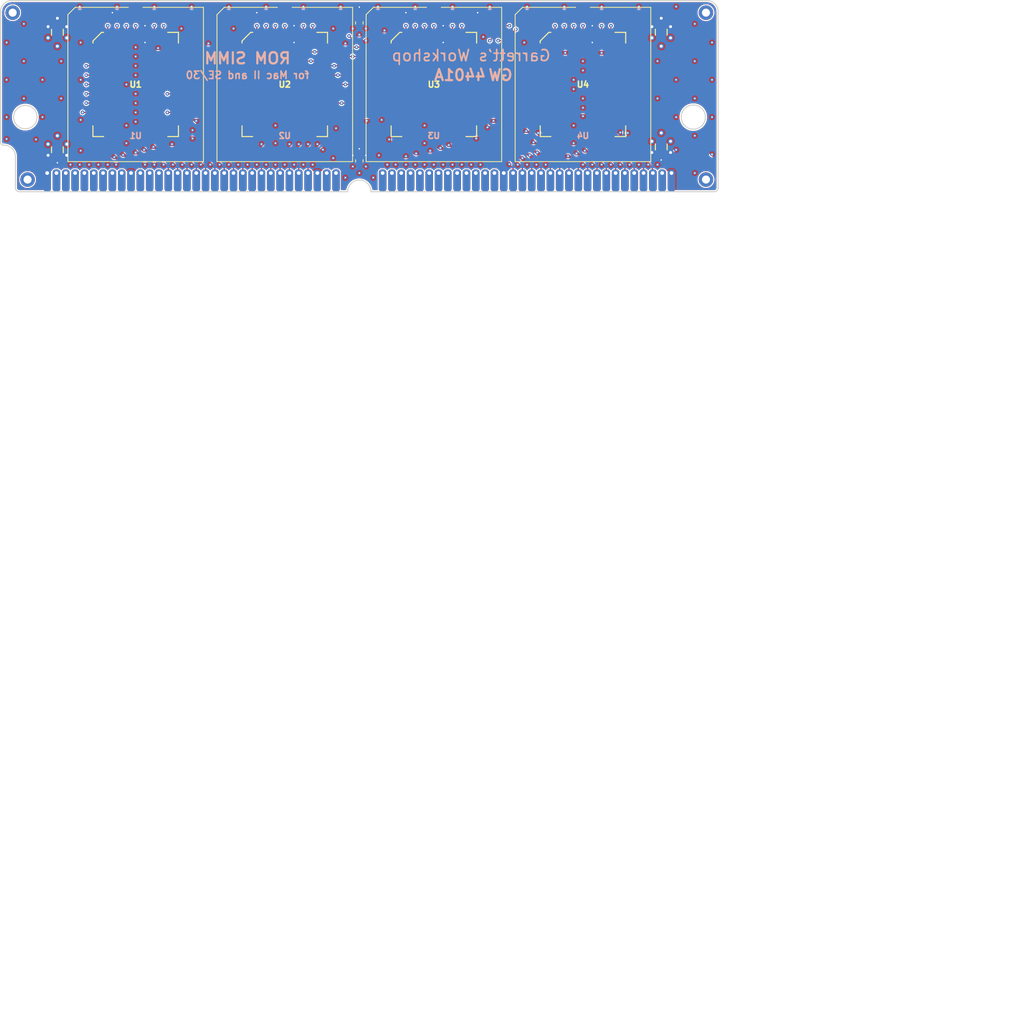
<source format=kicad_pcb>
(kicad_pcb (version 20171130) (host pcbnew "(5.1.5-0-10_14)")
  (layers (0 F.Cu signal) (1 In1.Cu power) (2 In2.Cu signal) (31 B.Cu power) (34 B.Paste user) (35 F.Paste user) (36 B.SilkS user) (37 F.SilkS user) (38 B.Mask user) (39 F.Mask user) (44 Edge.Cuts user))
  (net 0 "")
  (net 1 +5V)
  (net 2 /D0)
  (net 3 /D1)
  (net 4 /~WE~)
  (net 5 /D2)
  (net 6 /D3)
  (net 7 GND)
  (net 8 /D4)
  (net 9 /D5)
  (net 10 /D6)
  (net 11 /A11)
  (net 12 /D7)
  (net 13 /A0)
  (net 14 /A1)
  (net 15 /A2)
  (net 16 /A3)
  (net 17 /A4)
  (net 18 /A5)
  (net 19 /A6)
  (net 20 /A7)
  (net 21 /~CS~)
  (net 22 /~OE~)
  (net 23 /D8)
  (net 24 /D9)
  (net 25 /D10)
  (net 26 /D11)
  (net 27 /D12)
  (net 28 /D13)
  (net 29 /D14)
  (net 30 /D15)
  (net 31 /A8)
  (net 32 /A9)
  (net 33 /A10)
  (net 34 /A12)
  (net 35 /A13)
  (net 36 /A14)
  (net 37 /A15)
  (net 38 /A16)
  (net 39 /A17)
  (net 40 /A18)
  (net 41 /A19)
  (net 42 /A20)
  (net 43 /A21)
  (net 44 /A22)
  (net 45 /D16)
  (net 46 /D17)
  (net 47 /D18)
  (net 48 /D19)
  (net 49 /D20)
  (net 50 /D21)
  (net 51 /D22)
  (net 52 /D23)
  (net 53 /D24)
  (net 54 /D25)
  (net 55 /D26)
  (net 56 /D27)
  (net 57 /D28)
  (net 58 /D29)
  (net 59 /D30)
  (net 60 /D31)
  (net 61 "Net-(J1-Pad63)")
  (module stdpads:MacIIROMSIMM_Edge (layer F.Cu) (at 120.65 127.635)
    (fp_text reference J1 hide)
    (fp_text value ROM)
    (pad 64 thru_hole roundrect (at 42.545 -2.54) (size 1.0414 3.048) (drill 0.508 (offset 0 1.016)) (layers *.Cu *.Mask) (roundrect_rratio 0.4) (net 7 GND))
    (pad 63 thru_hole roundrect (at 41.275 -2.54) (size 1.0414 3.048) (drill 0.508 (offset 0 1.016)) (layers *.Cu *.Mask) (roundrect_rratio 0.4) (net 61 "Net-(J1-Pad63)"))
    (pad 62 thru_hole roundrect (at 40.005 -2.54) (size 1.0414 3.048) (drill 0.508 (offset 0 1.016)) (layers *.Cu *.Mask) (roundrect_rratio 0.4) (net 60 /D31))
    (pad 61 thru_hole roundrect (at 38.735 -2.54) (size 1.0414 3.048) (drill 0.508 (offset 0 1.016)) (layers *.Cu *.Mask) (roundrect_rratio 0.4) (net 59 /D30))
    (pad 60 thru_hole roundrect (at 37.465 -2.54) (size 1.0414 3.048) (drill 0.508 (offset 0 1.016)) (layers *.Cu *.Mask) (roundrect_rratio 0.4) (net 58 /D29))
    (pad 59 thru_hole roundrect (at 36.195 -2.54) (size 1.0414 3.048) (drill 0.508 (offset 0 1.016)) (layers *.Cu *.Mask) (roundrect_rratio 0.4) (net 57 /D28))
    (pad 58 thru_hole roundrect (at 34.925 -2.54) (size 1.0414 3.048) (drill 0.508 (offset 0 1.016)) (layers *.Cu *.Mask) (roundrect_rratio 0.4) (net 56 /D27))
    (pad 57 thru_hole roundrect (at 33.655 -2.54) (size 1.0414 3.048) (drill 0.508 (offset 0 1.016)) (layers *.Cu *.Mask) (roundrect_rratio 0.4) (net 55 /D26))
    (pad 56 thru_hole roundrect (at 32.385 -2.54) (size 1.0414 3.048) (drill 0.508 (offset 0 1.016)) (layers *.Cu *.Mask) (roundrect_rratio 0.4) (net 54 /D25))
    (pad 55 thru_hole roundrect (at 31.115 -2.54) (size 1.0414 3.048) (drill 0.508 (offset 0 1.016)) (layers *.Cu *.Mask) (roundrect_rratio 0.4) (net 53 /D24))
    (pad 54 thru_hole roundrect (at 29.845 -2.54) (size 1.0414 3.048) (drill 0.508 (offset 0 1.016)) (layers *.Cu *.Mask) (roundrect_rratio 0.4) (net 52 /D23))
    (pad 53 thru_hole roundrect (at 28.575 -2.54) (size 1.0414 3.048) (drill 0.508 (offset 0 1.016)) (layers *.Cu *.Mask) (roundrect_rratio 0.4) (net 51 /D22))
    (pad 52 thru_hole roundrect (at 27.305 -2.54) (size 1.0414 3.048) (drill 0.508 (offset 0 1.016)) (layers *.Cu *.Mask) (roundrect_rratio 0.4) (net 50 /D21))
    (pad 51 thru_hole roundrect (at 26.035 -2.54) (size 1.0414 3.048) (drill 0.508 (offset 0 1.016)) (layers *.Cu *.Mask) (roundrect_rratio 0.4) (net 49 /D20))
    (pad 50 thru_hole roundrect (at 24.765 -2.54) (size 1.0414 3.048) (drill 0.508 (offset 0 1.016)) (layers *.Cu *.Mask) (roundrect_rratio 0.4) (net 48 /D19))
    (pad 49 thru_hole roundrect (at 23.495 -2.54) (size 1.0414 3.048) (drill 0.508 (offset 0 1.016)) (layers *.Cu *.Mask) (roundrect_rratio 0.4) (net 47 /D18))
    (pad 48 thru_hole roundrect (at 22.225 -2.54) (size 1.0414 3.048) (drill 0.508 (offset 0 1.016)) (layers *.Cu *.Mask) (roundrect_rratio 0.4) (net 46 /D17))
    (pad 47 thru_hole roundrect (at 20.955 -2.54) (size 1.0414 3.048) (drill 0.508 (offset 0 1.016)) (layers *.Cu *.Mask) (roundrect_rratio 0.4) (net 45 /D16))
    (pad 46 thru_hole roundrect (at 19.685 -2.54) (size 1.0414 3.048) (drill 0.508 (offset 0 1.016)) (layers *.Cu *.Mask) (roundrect_rratio 0.4) (net 1 +5V))
    (pad 45 thru_hole roundrect (at 18.415 -2.54) (size 1.0414 3.048) (drill 0.508 (offset 0 1.016)) (layers *.Cu *.Mask) (roundrect_rratio 0.4) (net 44 /A22))
    (pad 44 thru_hole roundrect (at 17.145 -2.54) (size 1.0414 3.048) (drill 0.508 (offset 0 1.016)) (layers *.Cu *.Mask) (roundrect_rratio 0.4) (net 43 /A21))
    (pad 43 thru_hole roundrect (at 15.875 -2.54) (size 1.0414 3.048) (drill 0.508 (offset 0 1.016)) (layers *.Cu *.Mask) (roundrect_rratio 0.4) (net 42 /A20))
    (pad 42 thru_hole roundrect (at 14.605 -2.54) (size 1.0414 3.048) (drill 0.508 (offset 0 1.016)) (layers *.Cu *.Mask) (roundrect_rratio 0.4) (net 41 /A19))
    (pad 41 thru_hole roundrect (at 13.335 -2.54) (size 1.0414 3.048) (drill 0.508 (offset 0 1.016)) (layers *.Cu *.Mask) (roundrect_rratio 0.4) (net 40 /A18))
    (pad 40 thru_hole roundrect (at 12.065 -2.54) (size 1.0414 3.048) (drill 0.508 (offset 0 1.016)) (layers *.Cu *.Mask) (roundrect_rratio 0.4) (net 39 /A17))
    (pad 39 thru_hole roundrect (at 10.795 -2.54) (size 1.0414 3.048) (drill 0.508 (offset 0 1.016)) (layers *.Cu *.Mask) (roundrect_rratio 0.4) (net 38 /A16))
    (pad 38 thru_hole roundrect (at 9.525 -2.54) (size 1.0414 3.048) (drill 0.508 (offset 0 1.016)) (layers *.Cu *.Mask) (roundrect_rratio 0.4) (net 37 /A15))
    (pad 37 thru_hole roundrect (at 8.255 -2.54) (size 1.0414 3.048) (drill 0.508 (offset 0 1.016)) (layers *.Cu *.Mask) (roundrect_rratio 0.4) (net 36 /A14))
    (pad 36 thru_hole roundrect (at 6.985 -2.54) (size 1.0414 3.048) (drill 0.508 (offset 0 1.016)) (layers *.Cu *.Mask) (roundrect_rratio 0.4) (net 35 /A13))
    (pad 35 thru_hole roundrect (at 5.715 -2.54) (size 1.0414 3.048) (drill 0.508 (offset 0 1.016)) (layers *.Cu *.Mask) (roundrect_rratio 0.4) (net 34 /A12))
    (pad 34 thru_hole roundrect (at 4.445 -2.54) (size 1.0414 3.048) (drill 0.508 (offset 0 1.016)) (layers *.Cu *.Mask) (roundrect_rratio 0.4) (net 11 /A11))
    (pad 33 thru_hole roundrect (at 3.175 -2.54) (size 1.0414 3.048) (drill 0.508 (offset 0 1.016)) (layers *.Cu *.Mask) (roundrect_rratio 0.4) (net 33 /A10))
    (pad 32 thru_hole roundrect (at -3.175 -2.54) (size 1.0414 3.048) (drill 0.508 (offset 0 1.016)) (layers *.Cu *.Mask) (roundrect_rratio 0.4) (net 32 /A9))
    (pad 31 thru_hole roundrect (at -4.445 -2.54) (size 1.0414 3.048) (drill 0.508 (offset 0 1.016)) (layers *.Cu *.Mask) (roundrect_rratio 0.4) (net 31 /A8))
    (pad 30 thru_hole roundrect (at -5.715 -2.54) (size 1.0414 3.048) (drill 0.508 (offset 0 1.016)) (layers *.Cu *.Mask) (roundrect_rratio 0.4) (net 7 GND))
    (pad 29 thru_hole roundrect (at -6.985 -2.54) (size 1.0414 3.048) (drill 0.508 (offset 0 1.016)) (layers *.Cu *.Mask) (roundrect_rratio 0.4) (net 30 /D15))
    (pad 28 thru_hole roundrect (at -8.255 -2.54) (size 1.0414 3.048) (drill 0.508 (offset 0 1.016)) (layers *.Cu *.Mask) (roundrect_rratio 0.4) (net 29 /D14))
    (pad 27 thru_hole roundrect (at -9.525 -2.54) (size 1.0414 3.048) (drill 0.508 (offset 0 1.016)) (layers *.Cu *.Mask) (roundrect_rratio 0.4) (net 28 /D13))
    (pad 26 thru_hole roundrect (at -10.795 -2.54) (size 1.0414 3.048) (drill 0.508 (offset 0 1.016)) (layers *.Cu *.Mask) (roundrect_rratio 0.4) (net 27 /D12))
    (pad 25 thru_hole roundrect (at -12.065 -2.54) (size 1.0414 3.048) (drill 0.508 (offset 0 1.016)) (layers *.Cu *.Mask) (roundrect_rratio 0.4) (net 26 /D11))
    (pad 24 thru_hole roundrect (at -13.335 -2.54) (size 1.0414 3.048) (drill 0.508 (offset 0 1.016)) (layers *.Cu *.Mask) (roundrect_rratio 0.4) (net 25 /D10))
    (pad 23 thru_hole roundrect (at -14.605 -2.54) (size 1.0414 3.048) (drill 0.508 (offset 0 1.016)) (layers *.Cu *.Mask) (roundrect_rratio 0.4) (net 24 /D9))
    (pad 22 thru_hole roundrect (at -15.875 -2.54) (size 1.0414 3.048) (drill 0.508 (offset 0 1.016)) (layers *.Cu *.Mask) (roundrect_rratio 0.4) (net 23 /D8))
    (pad 21 thru_hole roundrect (at -17.145 -2.54) (size 1.0414 3.048) (drill 0.508 (offset 0 1.016)) (layers *.Cu *.Mask) (roundrect_rratio 0.4) (net 12 /D7))
    (pad 20 thru_hole roundrect (at -18.415 -2.54) (size 1.0414 3.048) (drill 0.508 (offset 0 1.016)) (layers *.Cu *.Mask) (roundrect_rratio 0.4) (net 10 /D6))
    (pad 19 thru_hole roundrect (at -19.685 -2.54) (size 1.0414 3.048) (drill 0.508 (offset 0 1.016)) (layers *.Cu *.Mask) (roundrect_rratio 0.4) (net 9 /D5))
    (pad 18 thru_hole roundrect (at -20.955 -2.54) (size 1.0414 3.048) (drill 0.508 (offset 0 1.016)) (layers *.Cu *.Mask) (roundrect_rratio 0.4) (net 8 /D4))
    (pad 17 thru_hole roundrect (at -22.225 -2.54) (size 1.0414 3.048) (drill 0.508 (offset 0 1.016)) (layers *.Cu *.Mask) (roundrect_rratio 0.4) (net 6 /D3))
    (pad 16 thru_hole roundrect (at -23.495 -2.54) (size 1.0414 3.048) (drill 0.508 (offset 0 1.016)) (layers *.Cu *.Mask) (roundrect_rratio 0.4) (net 5 /D2))
    (pad 15 thru_hole roundrect (at -24.765 -2.54) (size 1.0414 3.048) (drill 0.508 (offset 0 1.016)) (layers *.Cu *.Mask) (roundrect_rratio 0.4) (net 3 /D1))
    (pad 14 thru_hole roundrect (at -26.035 -2.54) (size 1.0414 3.048) (drill 0.508 (offset 0 1.016)) (layers *.Cu *.Mask) (roundrect_rratio 0.4) (net 2 /D0))
    (pad 13 thru_hole roundrect (at -27.305 -2.54) (size 1.0414 3.048) (drill 0.508 (offset 0 1.016)) (layers *.Cu *.Mask) (roundrect_rratio 0.4) (net 4 /~WE~))
    (pad 12 thru_hole roundrect (at -28.575 -2.54) (size 1.0414 3.048) (drill 0.508 (offset 0 1.016)) (layers *.Cu *.Mask) (roundrect_rratio 0.4) (net 22 /~OE~))
    (pad 11 thru_hole roundrect (at -29.845 -2.54) (size 1.0414 3.048) (drill 0.508 (offset 0 1.016)) (layers *.Cu *.Mask) (roundrect_rratio 0.4) (net 21 /~CS~))
    (pad 10 thru_hole roundrect (at -31.115 -2.54) (size 1.0414 3.048) (drill 0.508 (offset 0 1.016)) (layers *.Cu *.Mask) (roundrect_rratio 0.4) (net 7 GND))
    (pad 9 thru_hole roundrect (at -32.385 -2.54) (size 1.0414 3.048) (drill 0.508 (offset 0 1.016)) (layers *.Cu *.Mask) (roundrect_rratio 0.4) (net 20 /A7))
    (pad 8 thru_hole roundrect (at -33.655 -2.54) (size 1.0414 3.048) (drill 0.508 (offset 0 1.016)) (layers *.Cu *.Mask) (roundrect_rratio 0.4) (net 19 /A6))
    (pad 7 thru_hole roundrect (at -34.925 -2.54) (size 1.0414 3.048) (drill 0.508 (offset 0 1.016)) (layers *.Cu *.Mask) (roundrect_rratio 0.4) (net 18 /A5))
    (pad 6 thru_hole roundrect (at -36.195 -2.54) (size 1.0414 3.048) (drill 0.508 (offset 0 1.016)) (layers *.Cu *.Mask) (roundrect_rratio 0.4) (net 17 /A4))
    (pad 5 thru_hole roundrect (at -37.465 -2.54) (size 1.0414 3.048) (drill 0.508 (offset 0 1.016)) (layers *.Cu *.Mask) (roundrect_rratio 0.4) (net 16 /A3))
    (pad 4 thru_hole roundrect (at -38.735 -2.54) (size 1.0414 3.048) (drill 0.508 (offset 0 1.016)) (layers *.Cu *.Mask) (roundrect_rratio 0.4) (net 15 /A2))
    (pad 3 thru_hole roundrect (at -40.005 -2.54) (size 1.0414 3.048) (drill 0.508 (offset 0 1.016)) (layers *.Cu *.Mask) (roundrect_rratio 0.4) (net 14 /A1))
    (pad 2 thru_hole roundrect (at -41.275 -2.54) (size 1.0414 3.048) (drill 0.508 (offset 0 1.016)) (layers *.Cu *.Mask) (roundrect_rratio 0.4) (net 13 /A0))
    (pad 1 thru_hole roundrect (at -42.545 -2.54) (size 1.0414 3.048) (drill 0.508 (offset 0 1.016)) (layers *.Cu *.Mask) (roundrect_rratio 0.4) (net 1 +5V))
  )
  (module stdpads:PasteHole_1.1mm_PTH (layer F.Cu) (at 167.894 103.251)
    (fp_text reference H4)
    (fp_text value " " hide)
    (pad 1 thru_hole circle (at 0 0) (size 2 2) (drill 1.1) (layers *.Cu *.Mask))
  )
  (module stdpads:PasteHole_1.1mm_PTH (layer F.Cu) (at 73.406 103.251)
    (fp_text reference H1)
    (fp_text value " " hide)
    (pad 1 thru_hole circle (at 0 0) (size 2 2) (drill 1.1) (layers *.Cu *.Mask))
  )
  (module stdpads:Fiducial (layer F.Cu) (at 75.946 103.251)
    (fp_text reference FID1 hide)
    (fp_text value Fiducial hide)
    (pad ~ smd circle (at 0 0) (size 1 1) (layers F.Cu F.Mask) (clearance 0.575))
  )
  (module stdpads:Fiducial (layer F.Cu) (at 165.354 103.251)
    (fp_text reference FID4 hide)
    (fp_text value Fiducial hide)
    (pad ~ smd circle (at 0 0) (size 1 1) (layers F.Cu F.Mask) (clearance 0.575))
  )
  (module stdpads:Fiducial (layer F.Cu) (at 167.894 123.444)
    (fp_text reference FID3 hide)
    (fp_text value Fiducial hide)
    (pad ~ smd circle (at 0 0) (size 1 1) (layers F.Cu F.Mask) (clearance 0.575))
  )
  (module stdpads:Fiducial (layer F.Cu) (at 75.438 123.444)
    (fp_text reference FID2 hide)
    (fp_text value Fiducial hide)
    (pad ~ smd circle (at 0 0) (size 1 1) (layers F.Cu F.Mask) (clearance 0.575))
  )
  (module stdpads:PasteHole_1.1mm_PTH (layer F.Cu) (at 167.894 125.984)
    (fp_text reference H3)
    (fp_text value " " hide)
    (pad 1 thru_hole circle (at 0 0) (size 2 2) (drill 1.1) (layers *.Cu *.Mask))
  )
  (module stdpads:PasteHole_1.1mm_PTH (layer F.Cu) (at 75.438 125.984)
    (fp_text reference H2)
    (fp_text value " " hide)
    (pad 1 thru_hole circle (at 0 0) (size 2 2) (drill 1.1) (layers *.Cu *.Mask))
  )
  (module "" (layer F.Cu) (at 90.17 113.03)
    (fp_text reference "" (at 120.65 127.635) (layer F.SilkS) (effects (font (size 1.27 1.27))))
    (fp_text value "" (at 120.65 127.635) (layer F.SilkS) (effects (font (size 1.27 1.27))))
    (fp_text user %R (at 120.65 127.635) (layer F.SilkS) (effects (font (size 0.8128 0.8128) (thickness 0.2032))))
  )
  (module stdpads:C_0603 (layer F.Cu) (at 120.65 123.444 270)
    (fp_text reference C5)
    (fp_text value 2u2)
    (pad 1 smd roundrect (at -0.75 0 270) (size 0.85 0.95) (layers F.Cu F.Paste F.Mask) (net 1 +5V))
    (pad 2 smd roundrect (at 0.75 0 270) (size 0.85 0.95) (layers F.Cu F.Paste F.Mask) (net 7 GND))
  )
  (module stdpads:C_0603 (layer F.Cu) (at 120.65 104.648 270)
    (fp_text reference C6)
    (fp_text value 2u2)
    (pad 2 smd roundrect (at 0.75 0 270) (size 0.85 0.95) (layers F.Cu F.Paste F.Mask) (net 7 GND))
    (pad 1 smd roundrect (at -0.75 0 270) (size 0.85 0.95) (layers F.Cu F.Paste F.Mask) (net 1 +5V))
  )
  (module stdpads:PLCC-32_SMDSocket (layer F.Cu) (at 90.17 113.03)
    (fp_text reference U1)
    (fp_text value D31-24)
    (fp_text user %R (at 0 0) (layer F.SilkS) (effects (font (size 0.8128 0.8128) (thickness 0.2032))))
    (pad 1 smd roundrect (at 0 -6.8375) (size 0.6 1.475) (layers F.Cu F.Paste F.Mask) (net 42 /A20))
    (pad 2 smd roundrect (at -1.27 -6.8375) (size 0.6 1.475) (layers F.Cu F.Paste F.Mask) (net 40 /A18))
    (pad 3 smd roundrect (at -2.54 -6.8375) (size 0.6 1.475) (layers F.Cu F.Paste F.Mask) (net 39 /A17))
    (pad 4 smd roundrect (at -3.81 -6.8375) (size 0.6 1.475) (layers F.Cu F.Paste F.Mask) (net 36 /A14))
    (pad 5 smd roundrect (at -5.5625 -5.08) (size 1.475 0.6) (layers F.Cu F.Paste F.Mask) (net 32 /A9))
    (pad 6 smd roundrect (at -5.5625 -3.81) (size 1.475 0.6) (layers F.Cu F.Paste F.Mask) (net 31 /A8))
    (pad 7 smd roundrect (at -5.5625 -2.54) (size 1.475 0.6) (layers F.Cu F.Paste F.Mask) (net 20 /A7))
    (pad 8 smd roundrect (at -5.5625 -1.27) (size 1.475 0.6) (layers F.Cu F.Paste F.Mask) (net 19 /A6))
    (pad 9 smd roundrect (at -5.5625 0) (size 1.475 0.6) (layers F.Cu F.Paste F.Mask) (net 18 /A5))
    (pad 10 smd roundrect (at -5.5625 1.27) (size 1.475 0.6) (layers F.Cu F.Paste F.Mask) (net 17 /A4))
    (pad 11 smd roundrect (at -5.5625 2.54) (size 1.475 0.6) (layers F.Cu F.Paste F.Mask) (net 16 /A3))
    (pad 12 smd roundrect (at -5.5625 3.81) (size 1.475 0.6) (layers F.Cu F.Paste F.Mask) (net 15 /A2))
    (pad 13 smd roundrect (at -5.5625 5.08) (size 1.475 0.6) (layers F.Cu F.Paste F.Mask) (net 2 /D0))
    (pad 14 smd roundrect (at -3.81 6.8375) (size 0.6 1.475) (layers F.Cu F.Paste F.Mask) (net 3 /D1))
    (pad 15 smd roundrect (at -2.54 6.8375) (size 0.6 1.475) (layers F.Cu F.Paste F.Mask) (net 5 /D2))
    (pad 16 smd roundrect (at -1.27 6.8375) (size 0.6 1.475) (layers F.Cu F.Paste F.Mask) (net 7 GND))
    (pad 17 smd roundrect (at 0 6.8375) (size 0.6 1.475) (layers F.Cu F.Paste F.Mask) (net 6 /D3))
    (pad 18 smd roundrect (at 1.27 6.8375) (size 0.6 1.475) (layers F.Cu F.Paste F.Mask) (net 8 /D4))
    (pad 19 smd roundrect (at 2.54 6.8375) (size 0.6 1.475) (layers F.Cu F.Paste F.Mask) (net 9 /D5))
    (pad 20 smd roundrect (at 3.81 6.8375) (size 0.6 1.475) (layers F.Cu F.Paste F.Mask) (net 10 /D6))
    (pad 21 smd roundrect (at 5.5625 5.08) (size 1.475 0.6) (layers F.Cu F.Paste F.Mask) (net 12 /D7))
    (pad 22 smd roundrect (at 5.5625 3.81) (size 1.475 0.6) (layers F.Cu F.Paste F.Mask) (net 21 /~CS~))
    (pad 23 smd roundrect (at 5.5625 2.54) (size 1.475 0.6) (layers F.Cu F.Paste F.Mask) (net 34 /A12))
    (pad 24 smd roundrect (at 5.5625 1.27) (size 1.475 0.6) (layers F.Cu F.Paste F.Mask) (net 22 /~OE~))
    (pad 25 smd roundrect (at 5.5625 0) (size 1.475 0.6) (layers F.Cu F.Paste F.Mask) (net 35 /A13))
    (pad 26 smd roundrect (at 5.5625 -1.27) (size 1.475 0.6) (layers F.Cu F.Paste F.Mask) (net 11 /A11))
    (pad 27 smd roundrect (at 5.5625 -2.54) (size 1.475 0.6) (layers F.Cu F.Paste F.Mask) (net 33 /A10))
    (pad 28 smd roundrect (at 5.5625 -3.81) (size 1.475 0.6) (layers F.Cu F.Paste F.Mask) (net 37 /A15))
    (pad 29 smd roundrect (at 5.5625 -5.08) (size 1.475 0.6) (layers F.Cu F.Paste F.Mask) (net 38 /A16))
    (pad 30 smd roundrect (at 3.81 -6.8375) (size 0.6 1.475) (layers F.Cu F.Paste F.Mask) (net 41 /A19))
    (pad 31 smd roundrect (at 2.54 -6.8375) (size 0.6 1.475) (layers F.Cu F.Paste F.Mask) (net 4 /~WE~))
    (pad 32 smd roundrect (at 1.27 -6.8375) (size 0.6 1.475) (layers F.Cu F.Paste F.Mask) (net 1 +5V))
  )
  (module stdpads:PLCC-32_SMDSocket (layer F.Cu) (at 130.81 113.03)
    (fp_text reference U3)
    (fp_text value D15-8)
    (fp_text user %R (at 0 0) (layer F.SilkS) (effects (font (size 0.8128 0.8128) (thickness 0.2032))))
    (pad 1 smd roundrect (at 0 -6.8375) (size 0.6 1.475) (layers F.Cu F.Paste F.Mask) (net 42 /A20))
    (pad 2 smd roundrect (at -1.27 -6.8375) (size 0.6 1.475) (layers F.Cu F.Paste F.Mask) (net 40 /A18))
    (pad 3 smd roundrect (at -2.54 -6.8375) (size 0.6 1.475) (layers F.Cu F.Paste F.Mask) (net 39 /A17))
    (pad 4 smd roundrect (at -3.81 -6.8375) (size 0.6 1.475) (layers F.Cu F.Paste F.Mask) (net 36 /A14))
    (pad 5 smd roundrect (at -5.5625 -5.08) (size 1.475 0.6) (layers F.Cu F.Paste F.Mask) (net 32 /A9))
    (pad 6 smd roundrect (at -5.5625 -3.81) (size 1.475 0.6) (layers F.Cu F.Paste F.Mask) (net 31 /A8))
    (pad 7 smd roundrect (at -5.5625 -2.54) (size 1.475 0.6) (layers F.Cu F.Paste F.Mask) (net 20 /A7))
    (pad 8 smd roundrect (at -5.5625 -1.27) (size 1.475 0.6) (layers F.Cu F.Paste F.Mask) (net 19 /A6))
    (pad 9 smd roundrect (at -5.5625 0) (size 1.475 0.6) (layers F.Cu F.Paste F.Mask) (net 18 /A5))
    (pad 10 smd roundrect (at -5.5625 1.27) (size 1.475 0.6) (layers F.Cu F.Paste F.Mask) (net 17 /A4))
    (pad 11 smd roundrect (at -5.5625 2.54) (size 1.475 0.6) (layers F.Cu F.Paste F.Mask) (net 16 /A3))
    (pad 12 smd roundrect (at -5.5625 3.81) (size 1.475 0.6) (layers F.Cu F.Paste F.Mask) (net 15 /A2))
    (pad 13 smd roundrect (at -5.5625 5.08) (size 1.475 0.6) (layers F.Cu F.Paste F.Mask) (net 45 /D16))
    (pad 14 smd roundrect (at -3.81 6.8375) (size 0.6 1.475) (layers F.Cu F.Paste F.Mask) (net 46 /D17))
    (pad 15 smd roundrect (at -2.54 6.8375) (size 0.6 1.475) (layers F.Cu F.Paste F.Mask) (net 47 /D18))
    (pad 16 smd roundrect (at -1.27 6.8375) (size 0.6 1.475) (layers F.Cu F.Paste F.Mask) (net 7 GND))
    (pad 17 smd roundrect (at 0 6.8375) (size 0.6 1.475) (layers F.Cu F.Paste F.Mask) (net 48 /D19))
    (pad 18 smd roundrect (at 1.27 6.8375) (size 0.6 1.475) (layers F.Cu F.Paste F.Mask) (net 49 /D20))
    (pad 19 smd roundrect (at 2.54 6.8375) (size 0.6 1.475) (layers F.Cu F.Paste F.Mask) (net 50 /D21))
    (pad 20 smd roundrect (at 3.81 6.8375) (size 0.6 1.475) (layers F.Cu F.Paste F.Mask) (net 51 /D22))
    (pad 21 smd roundrect (at 5.5625 5.08) (size 1.475 0.6) (layers F.Cu F.Paste F.Mask) (net 52 /D23))
    (pad 22 smd roundrect (at 5.5625 3.81) (size 1.475 0.6) (layers F.Cu F.Paste F.Mask) (net 21 /~CS~))
    (pad 23 smd roundrect (at 5.5625 2.54) (size 1.475 0.6) (layers F.Cu F.Paste F.Mask) (net 34 /A12))
    (pad 24 smd roundrect (at 5.5625 1.27) (size 1.475 0.6) (layers F.Cu F.Paste F.Mask) (net 22 /~OE~))
    (pad 25 smd roundrect (at 5.5625 0) (size 1.475 0.6) (layers F.Cu F.Paste F.Mask) (net 35 /A13))
    (pad 26 smd roundrect (at 5.5625 -1.27) (size 1.475 0.6) (layers F.Cu F.Paste F.Mask) (net 11 /A11))
    (pad 27 smd roundrect (at 5.5625 -2.54) (size 1.475 0.6) (layers F.Cu F.Paste F.Mask) (net 33 /A10))
    (pad 28 smd roundrect (at 5.5625 -3.81) (size 1.475 0.6) (layers F.Cu F.Paste F.Mask) (net 37 /A15))
    (pad 29 smd roundrect (at 5.5625 -5.08) (size 1.475 0.6) (layers F.Cu F.Paste F.Mask) (net 38 /A16))
    (pad 30 smd roundrect (at 3.81 -6.8375) (size 0.6 1.475) (layers F.Cu F.Paste F.Mask) (net 41 /A19))
    (pad 31 smd roundrect (at 2.54 -6.8375) (size 0.6 1.475) (layers F.Cu F.Paste F.Mask) (net 4 /~WE~))
    (pad 32 smd roundrect (at 1.27 -6.8375) (size 0.6 1.475) (layers F.Cu F.Paste F.Mask) (net 1 +5V))
  )
  (module stdpads:PLCC-32_SMDSocket (layer F.Cu) (at 151.13 113.03)
    (fp_text reference U4)
    (fp_text value D7-0)
    (fp_text user %R (at 0 0) (layer F.SilkS) (effects (font (size 0.8128 0.8128) (thickness 0.2032))))
    (pad 32 smd roundrect (at 1.27 -6.8375) (size 0.6 1.475) (layers F.Cu F.Paste F.Mask) (net 1 +5V))
    (pad 31 smd roundrect (at 2.54 -6.8375) (size 0.6 1.475) (layers F.Cu F.Paste F.Mask) (net 4 /~WE~))
    (pad 30 smd roundrect (at 3.81 -6.8375) (size 0.6 1.475) (layers F.Cu F.Paste F.Mask) (net 41 /A19))
    (pad 29 smd roundrect (at 5.5625 -5.08) (size 1.475 0.6) (layers F.Cu F.Paste F.Mask) (net 38 /A16))
    (pad 28 smd roundrect (at 5.5625 -3.81) (size 1.475 0.6) (layers F.Cu F.Paste F.Mask) (net 37 /A15))
    (pad 27 smd roundrect (at 5.5625 -2.54) (size 1.475 0.6) (layers F.Cu F.Paste F.Mask) (net 33 /A10))
    (pad 26 smd roundrect (at 5.5625 -1.27) (size 1.475 0.6) (layers F.Cu F.Paste F.Mask) (net 11 /A11))
    (pad 25 smd roundrect (at 5.5625 0) (size 1.475 0.6) (layers F.Cu F.Paste F.Mask) (net 35 /A13))
    (pad 24 smd roundrect (at 5.5625 1.27) (size 1.475 0.6) (layers F.Cu F.Paste F.Mask) (net 22 /~OE~))
    (pad 23 smd roundrect (at 5.5625 2.54) (size 1.475 0.6) (layers F.Cu F.Paste F.Mask) (net 34 /A12))
    (pad 22 smd roundrect (at 5.5625 3.81) (size 1.475 0.6) (layers F.Cu F.Paste F.Mask) (net 21 /~CS~))
    (pad 21 smd roundrect (at 5.5625 5.08) (size 1.475 0.6) (layers F.Cu F.Paste F.Mask) (net 60 /D31))
    (pad 20 smd roundrect (at 3.81 6.8375) (size 0.6 1.475) (layers F.Cu F.Paste F.Mask) (net 59 /D30))
    (pad 19 smd roundrect (at 2.54 6.8375) (size 0.6 1.475) (layers F.Cu F.Paste F.Mask) (net 58 /D29))
    (pad 18 smd roundrect (at 1.27 6.8375) (size 0.6 1.475) (layers F.Cu F.Paste F.Mask) (net 57 /D28))
    (pad 17 smd roundrect (at 0 6.8375) (size 0.6 1.475) (layers F.Cu F.Paste F.Mask) (net 56 /D27))
    (pad 16 smd roundrect (at -1.27 6.8375) (size 0.6 1.475) (layers F.Cu F.Paste F.Mask) (net 7 GND))
    (pad 15 smd roundrect (at -2.54 6.8375) (size 0.6 1.475) (layers F.Cu F.Paste F.Mask) (net 55 /D26))
    (pad 14 smd roundrect (at -3.81 6.8375) (size 0.6 1.475) (layers F.Cu F.Paste F.Mask) (net 54 /D25))
    (pad 13 smd roundrect (at -5.5625 5.08) (size 1.475 0.6) (layers F.Cu F.Paste F.Mask) (net 53 /D24))
    (pad 12 smd roundrect (at -5.5625 3.81) (size 1.475 0.6) (layers F.Cu F.Paste F.Mask) (net 15 /A2))
    (pad 11 smd roundrect (at -5.5625 2.54) (size 1.475 0.6) (layers F.Cu F.Paste F.Mask) (net 16 /A3))
    (pad 10 smd roundrect (at -5.5625 1.27) (size 1.475 0.6) (layers F.Cu F.Paste F.Mask) (net 17 /A4))
    (pad 9 smd roundrect (at -5.5625 0) (size 1.475 0.6) (layers F.Cu F.Paste F.Mask) (net 18 /A5))
    (pad 8 smd roundrect (at -5.5625 -1.27) (size 1.475 0.6) (layers F.Cu F.Paste F.Mask) (net 19 /A6))
    (pad 7 smd roundrect (at -5.5625 -2.54) (size 1.475 0.6) (layers F.Cu F.Paste F.Mask) (net 20 /A7))
    (pad 6 smd roundrect (at -5.5625 -3.81) (size 1.475 0.6) (layers F.Cu F.Paste F.Mask) (net 31 /A8))
    (pad 5 smd roundrect (at -5.5625 -5.08) (size 1.475 0.6) (layers F.Cu F.Paste F.Mask) (net 32 /A9))
    (pad 4 smd roundrect (at -3.81 -6.8375) (size 0.6 1.475) (layers F.Cu F.Paste F.Mask) (net 36 /A14))
    (pad 3 smd roundrect (at -2.54 -6.8375) (size 0.6 1.475) (layers F.Cu F.Paste F.Mask) (net 39 /A17))
    (pad 2 smd roundrect (at -1.27 -6.8375) (size 0.6 1.475) (layers F.Cu F.Paste F.Mask) (net 40 /A18))
    (pad 1 smd roundrect (at 0 -6.8375) (size 0.6 1.475) (layers F.Cu F.Paste F.Mask) (net 42 /A20))
  )
  (module stdpads:PLCC-32_SMDSocket (layer F.Cu) (at 110.49 113.03)
    (fp_text reference U2)
    (fp_text value D23-16)
    (fp_text user %R (at 0 0) (layer F.SilkS) (effects (font (size 0.8128 0.8128) (thickness 0.2032))))
    (pad 32 smd roundrect (at 1.27 -6.8375) (size 0.6 1.475) (layers F.Cu F.Paste F.Mask) (net 1 +5V))
    (pad 31 smd roundrect (at 2.54 -6.8375) (size 0.6 1.475) (layers F.Cu F.Paste F.Mask) (net 4 /~WE~))
    (pad 30 smd roundrect (at 3.81 -6.8375) (size 0.6 1.475) (layers F.Cu F.Paste F.Mask) (net 41 /A19))
    (pad 29 smd roundrect (at 5.5625 -5.08) (size 1.475 0.6) (layers F.Cu F.Paste F.Mask) (net 38 /A16))
    (pad 28 smd roundrect (at 5.5625 -3.81) (size 1.475 0.6) (layers F.Cu F.Paste F.Mask) (net 37 /A15))
    (pad 27 smd roundrect (at 5.5625 -2.54) (size 1.475 0.6) (layers F.Cu F.Paste F.Mask) (net 33 /A10))
    (pad 26 smd roundrect (at 5.5625 -1.27) (size 1.475 0.6) (layers F.Cu F.Paste F.Mask) (net 11 /A11))
    (pad 25 smd roundrect (at 5.5625 0) (size 1.475 0.6) (layers F.Cu F.Paste F.Mask) (net 35 /A13))
    (pad 24 smd roundrect (at 5.5625 1.27) (size 1.475 0.6) (layers F.Cu F.Paste F.Mask) (net 22 /~OE~))
    (pad 23 smd roundrect (at 5.5625 2.54) (size 1.475 0.6) (layers F.Cu F.Paste F.Mask) (net 34 /A12))
    (pad 22 smd roundrect (at 5.5625 3.81) (size 1.475 0.6) (layers F.Cu F.Paste F.Mask) (net 21 /~CS~))
    (pad 21 smd roundrect (at 5.5625 5.08) (size 1.475 0.6) (layers F.Cu F.Paste F.Mask) (net 30 /D15))
    (pad 20 smd roundrect (at 3.81 6.8375) (size 0.6 1.475) (layers F.Cu F.Paste F.Mask) (net 29 /D14))
    (pad 19 smd roundrect (at 2.54 6.8375) (size 0.6 1.475) (layers F.Cu F.Paste F.Mask) (net 28 /D13))
    (pad 18 smd roundrect (at 1.27 6.8375) (size 0.6 1.475) (layers F.Cu F.Paste F.Mask) (net 27 /D12))
    (pad 17 smd roundrect (at 0 6.8375) (size 0.6 1.475) (layers F.Cu F.Paste F.Mask) (net 26 /D11))
    (pad 16 smd roundrect (at -1.27 6.8375) (size 0.6 1.475) (layers F.Cu F.Paste F.Mask) (net 7 GND))
    (pad 15 smd roundrect (at -2.54 6.8375) (size 0.6 1.475) (layers F.Cu F.Paste F.Mask) (net 25 /D10))
    (pad 14 smd roundrect (at -3.81 6.8375) (size 0.6 1.475) (layers F.Cu F.Paste F.Mask) (net 24 /D9))
    (pad 13 smd roundrect (at -5.5625 5.08) (size 1.475 0.6) (layers F.Cu F.Paste F.Mask) (net 23 /D8))
    (pad 12 smd roundrect (at -5.5625 3.81) (size 1.475 0.6) (layers F.Cu F.Paste F.Mask) (net 15 /A2))
    (pad 11 smd roundrect (at -5.5625 2.54) (size 1.475 0.6) (layers F.Cu F.Paste F.Mask) (net 16 /A3))
    (pad 10 smd roundrect (at -5.5625 1.27) (size 1.475 0.6) (layers F.Cu F.Paste F.Mask) (net 17 /A4))
    (pad 9 smd roundrect (at -5.5625 0) (size 1.475 0.6) (layers F.Cu F.Paste F.Mask) (net 18 /A5))
    (pad 8 smd roundrect (at -5.5625 -1.27) (size 1.475 0.6) (layers F.Cu F.Paste F.Mask) (net 19 /A6))
    (pad 7 smd roundrect (at -5.5625 -2.54) (size 1.475 0.6) (layers F.Cu F.Paste F.Mask) (net 20 /A7))
    (pad 6 smd roundrect (at -5.5625 -3.81) (size 1.475 0.6) (layers F.Cu F.Paste F.Mask) (net 31 /A8))
    (pad 5 smd roundrect (at -5.5625 -5.08) (size 1.475 0.6) (layers F.Cu F.Paste F.Mask) (net 32 /A9))
    (pad 4 smd roundrect (at -3.81 -6.8375) (size 0.6 1.475) (layers F.Cu F.Paste F.Mask) (net 36 /A14))
    (pad 3 smd roundrect (at -2.54 -6.8375) (size 0.6 1.475) (layers F.Cu F.Paste F.Mask) (net 39 /A17))
    (pad 2 smd roundrect (at -1.27 -6.8375) (size 0.6 1.475) (layers F.Cu F.Paste F.Mask) (net 40 /A18))
    (pad 1 smd roundrect (at 0 -6.8375) (size 0.6 1.475) (layers F.Cu F.Paste F.Mask) (net 42 /A20))
  )
  (module stdpads:C_0805 (layer F.Cu) (at 79.502 121.92 90)
    (fp_text reference C2)
    (fp_text value 10u)
    (pad 1 smd roundrect (at -0.85 0 90) (size 1.05 1.4) (layers F.Cu F.Paste F.Mask) (net 1 +5V))
    (pad 2 smd roundrect (at 0.85 0 90) (size 1.05 1.4) (layers F.Cu F.Paste F.Mask) (net 7 GND))
  )
  (module stdpads:C_0805 (layer F.Cu) (at 79.502 105.918 270)
    (fp_text reference C1)
    (fp_text value 10u)
    (pad 2 smd roundrect (at 0.85 0 270) (size 1.05 1.4) (layers F.Cu F.Paste F.Mask) (net 7 GND))
    (pad 1 smd roundrect (at -0.85 0 270) (size 1.05 1.4) (layers F.Cu F.Paste F.Mask) (net 1 +5V))
  )
  (module stdpads:C_0805 (layer F.Cu) (at 161.798 105.918 270)
    (fp_text reference C3)
    (fp_text value 10u)
    (pad 1 smd roundrect (at -0.85 0 270) (size 1.05 1.4) (layers F.Cu F.Paste F.Mask) (net 1 +5V))
    (pad 2 smd roundrect (at 0.85 0 270) (size 1.05 1.4) (layers F.Cu F.Paste F.Mask) (net 7 GND))
  )
  (module stdpads:C_0805 (layer F.Cu) (at 161.798 121.539 90)
    (fp_text reference C4)
    (fp_text value 10u)
    (pad 2 smd roundrect (at 0.85 0 90) (size 1.05 1.4) (layers F.Cu F.Paste F.Mask) (net 7 GND))
    (pad 1 smd roundrect (at -0.85 0 90) (size 1.05 1.4) (layers F.Cu F.Paste F.Mask) (net 1 +5V))
  )
  (gr_line (start 169.545 127.127) (end 169.545 103.124) (layer Edge.Cuts) (width 0.15))
  (gr_line (start 73.787 122.8725) (end 73.787 127.127) (layer Edge.Cuts) (width 0.15))
  (gr_arc (start 168.021 103.124) (end 169.545 103.124) (angle -90) (layer Edge.Cuts) (width 0.15))
  (gr_arc (start 73.279 103.124) (end 73.279 101.6) (angle -90) (layer Edge.Cuts) (width 0.15))
  (gr_arc (start 74.295 127.127) (end 73.787 127.127) (angle -90) (layer Edge.Cuts) (width 0.15))
  (gr_arc (start 72.136 120.904) (end 71.755 120.904) (angle -90) (layer Edge.Cuts) (width 0.15))
  (gr_line (start 72.136 121.285) (end 72.1995 121.285) (layer Edge.Cuts) (width 0.15))
  (gr_arc (start 169.037 127.127) (end 169.037 127.635) (angle -90) (layer Edge.Cuts) (width 0.15))
  (gr_circle (center 75.1332 117.475) (end 76.7332 117.475) (layer Edge.Cuts) (width 0.15))
  (gr_circle (center 166.1668 117.475) (end 167.8178 117.475) (layer Edge.Cuts) (width 0.15))
  (gr_text U4 (at 151.13 120.015) (layer B.SilkS) (effects (font (size 0.8128 0.8128) (thickness 0.2032)) (justify mirror)))
  (gr_text U3 (at 130.81 120.015) (layer B.SilkS) (effects (font (size 0.8128 0.8128) (thickness 0.2032)) (justify mirror)))
  (gr_text U2 (at 110.49 120.015) (layer B.SilkS) (effects (font (size 0.8128 0.8128) (thickness 0.2032)) (justify mirror)))
  (gr_text U1 (at 90.17 120.015) (layer B.SilkS) (effects (font (size 0.8128 0.8128) (thickness 0.2032)) (justify mirror)))
  (gr_text "ROM SIMM" (at 105.41 109.474) (layer B.SilkS) (effects (font (size 1.524 1.524) (thickness 0.3)) (justify mirror)))
  (gr_text "Garrett’s Workshop" (at 135.89 109.093) (layer B.SilkS) (effects (font (size 1.524 1.524) (thickness 0.225)) (justify mirror)))
  (gr_text GW (at 138.090714 111.76) (layer B.SilkS) (effects (font (size 1.5 1.5) (thickness 0.3)) (justify right mirror)))
  (gr_text "for Mac II and SE/30" (at 105.41 111.76) (layer B.SilkS) (effects (font (size 1.016 1.016) (thickness 0.2032)) (justify mirror)))
  (gr_text 4401A (at 138.070286 111.76) (layer B.SilkS) (effects (font (size 1.5 1.5) (thickness 0.3)) (justify left mirror)))
  (gr_line (start 74.295 127.635) (end 119.0625 127.635) (layer Edge.Cuts) (width 0.15))
  (gr_line (start 122.2375 127.635) (end 169.037 127.635) (layer Edge.Cuts) (width 0.15))
  (gr_line (start 71.755 120.904) (end 71.755 103.124) (layer Edge.Cuts) (width 0.15))
  (gr_arc (start 72.1995 122.8725) (end 73.787 122.8725) (angle -90) (layer Edge.Cuts) (width 0.15))
  (gr_arc (start 120.65 127.635) (end 122.2375 127.635) (angle -180) (layer Edge.Cuts) (width 0.15))
  (gr_line (start 73.279 101.6) (end 168.021 101.6) (layer Edge.Cuts) (width 0.15))
  (via (at 91.44 105.029) (size 0.508) (drill 0.2) (layers F.Cu B.Cu) (net 1))
  (segment (start 91.44 106.1925) (end 91.44 105.029) (width 0.508) (layer F.Cu) (net 1))
  (via (at 91.44 107.315) (size 0.508) (drill 0.2) (layers F.Cu B.Cu) (net 1))
  (segment (start 91.44 106.1925) (end 91.44 107.315) (width 0.508) (layer F.Cu) (net 1))
  (segment (start 111.76 106.1925) (end 111.76 107.315) (width 0.508) (layer F.Cu) (net 1))
  (via (at 111.76 107.315) (size 0.508) (drill 0.2) (layers F.Cu B.Cu) (net 1))
  (segment (start 111.76 106.1925) (end 111.76 105.029) (width 0.508) (layer F.Cu) (net 1))
  (via (at 111.76 105.029) (size 0.508) (drill 0.2) (layers F.Cu B.Cu) (net 1))
  (segment (start 132.08 106.1925) (end 132.08 105.029) (width 0.508) (layer F.Cu) (net 1))
  (via (at 132.08 107.315) (size 0.508) (drill 0.2) (layers F.Cu B.Cu) (net 1))
  (via (at 132.08 105.029) (size 0.508) (drill 0.2) (layers F.Cu B.Cu) (net 1))
  (segment (start 132.08 106.1925) (end 132.08 107.315) (width 0.508) (layer F.Cu) (net 1))
  (via (at 152.4 105.029) (size 0.508) (drill 0.2) (layers F.Cu B.Cu) (net 1))
  (segment (start 152.4 106.1925) (end 152.4 107.315) (width 0.508) (layer F.Cu) (net 1))
  (via (at 152.4 107.315) (size 0.508) (drill 0.2) (layers F.Cu B.Cu) (net 1))
  (segment (start 152.4 106.1925) (end 152.4 105.029) (width 0.508) (layer F.Cu) (net 1))
  (via (at 78.232 122.682) (size 0.8) (drill 0.4) (layers F.Cu B.Cu) (net 1))
  (segment (start 78.32 122.77) (end 78.232 122.682) (width 0.8) (layer F.Cu) (net 1))
  (segment (start 79.502 122.77) (end 78.32 122.77) (width 0.8) (layer F.Cu) (net 1))
  (via (at 80.772 122.682) (size 0.8) (drill 0.4) (layers F.Cu B.Cu) (net 1))
  (segment (start 80.684 122.77) (end 80.772 122.682) (width 0.8) (layer F.Cu) (net 1))
  (segment (start 79.502 122.77) (end 80.684 122.77) (width 0.8) (layer F.Cu) (net 1))
  (via (at 163.068 122.301) (size 0.8) (drill 0.4) (layers F.Cu B.Cu) (net 1))
  (segment (start 162.98 122.389) (end 163.068 122.301) (width 0.8) (layer F.Cu) (net 1))
  (segment (start 161.798 122.389) (end 162.98 122.389) (width 0.8) (layer F.Cu) (net 1))
  (segment (start 78.32 105.068) (end 78.232 105.156) (width 0.8) (layer F.Cu) (net 1))
  (via (at 78.232 105.156) (size 0.8) (drill 0.4) (layers F.Cu B.Cu) (net 1))
  (segment (start 79.502 105.068) (end 78.32 105.068) (width 0.8) (layer F.Cu) (net 1))
  (via (at 80.772 105.156) (size 0.8) (drill 0.4) (layers F.Cu B.Cu) (net 1))
  (segment (start 80.684 105.068) (end 80.772 105.156) (width 0.8) (layer F.Cu) (net 1))
  (segment (start 79.502 105.068) (end 80.684 105.068) (width 0.8) (layer F.Cu) (net 1))
  (segment (start 160.616 105.068) (end 160.528 105.156) (width 0.8) (layer F.Cu) (net 1))
  (via (at 160.528 105.156) (size 0.8) (drill 0.4) (layers F.Cu B.Cu) (net 1))
  (segment (start 161.798 105.068) (end 160.616 105.068) (width 0.8) (layer F.Cu) (net 1))
  (via (at 163.068 105.156) (size 0.8) (drill 0.4) (layers F.Cu B.Cu) (net 1))
  (segment (start 162.98 105.068) (end 163.068 105.156) (width 0.8) (layer F.Cu) (net 1))
  (segment (start 161.798 105.068) (end 162.98 105.068) (width 0.8) (layer F.Cu) (net 1))
  (via (at 161.798 104.013) (size 0.8) (drill 0.4) (layers F.Cu B.Cu) (net 1))
  (segment (start 161.798 105.068) (end 161.798 104.013) (width 0.8) (layer F.Cu) (net 1))
  (via (at 79.502 104.013) (size 0.8) (drill 0.4) (layers F.Cu B.Cu) (net 1))
  (segment (start 79.502 105.068) (end 79.502 104.013) (width 0.8) (layer F.Cu) (net 1))
  (segment (start 91.44 104.648) (end 91.44 105.029) (width 0.762) (layer F.Cu) (net 1))
  (segment (start 79.629 103.886) (end 90.678 103.886) (width 0.762) (layer F.Cu) (net 1))
  (segment (start 90.678 103.886) (end 91.44 104.648) (width 0.762) (layer F.Cu) (net 1))
  (segment (start 79.502 104.013) (end 79.629 103.886) (width 0.762) (layer F.Cu) (net 1))
  (segment (start 91.44 104.648) (end 92.202 103.886) (width 0.762) (layer F.Cu) (net 1))
  (segment (start 92.202 103.886) (end 111.125 103.886) (width 0.762) (layer F.Cu) (net 1))
  (segment (start 111.76 104.521) (end 111.76 105.029) (width 0.762) (layer F.Cu) (net 1))
  (segment (start 111.125 103.886) (end 111.76 104.521) (width 0.762) (layer F.Cu) (net 1))
  (segment (start 111.76 104.521) (end 112.395 103.886) (width 0.762) (layer F.Cu) (net 1))
  (segment (start 132.08 104.648) (end 132.08 105.029) (width 0.762) (layer F.Cu) (net 1))
  (segment (start 131.318 103.886) (end 132.08 104.648) (width 0.762) (layer F.Cu) (net 1))
  (segment (start 152.4 104.648) (end 152.4 105.029) (width 0.762) (layer F.Cu) (net 1))
  (segment (start 132.842 103.886) (end 151.638 103.886) (width 0.762) (layer F.Cu) (net 1))
  (segment (start 132.08 104.648) (end 132.842 103.886) (width 0.762) (layer F.Cu) (net 1))
  (segment (start 151.638 103.886) (end 152.4 104.648) (width 0.762) (layer F.Cu) (net 1))
  (segment (start 90.678 103.886) (end 92.202 103.886) (width 0.762) (layer F.Cu) (net 1))
  (segment (start 112.395 103.886) (end 111.125 103.886) (width 0.762) (layer F.Cu) (net 1))
  (segment (start 131.318 103.886) (end 132.842 103.886) (width 0.762) (layer F.Cu) (net 1))
  (segment (start 152.4 104.648) (end 153.162 103.886) (width 0.762) (layer F.Cu) (net 1))
  (segment (start 161.671 103.886) (end 161.798 104.013) (width 0.762) (layer F.Cu) (net 1))
  (segment (start 153.162 103.886) (end 151.638 103.886) (width 0.762) (layer F.Cu) (net 1))
  (segment (start 82.042 103.886) (end 80.772 105.156) (width 0.8) (layer F.Cu) (net 1))
  (segment (start 90.678 103.886) (end 82.042 103.886) (width 0.8) (layer F.Cu) (net 1))
  (segment (start 80.772 104.394) (end 80.772 105.156) (width 0.8) (layer F.Cu) (net 1))
  (segment (start 80.391 104.013) (end 80.772 104.394) (width 0.8) (layer F.Cu) (net 1))
  (segment (start 159.258 103.886) (end 160.528 105.156) (width 0.8) (layer F.Cu) (net 1))
  (segment (start 153.162 103.886) (end 159.258 103.886) (width 0.8) (layer F.Cu) (net 1))
  (segment (start 160.528 104.394) (end 161.036 103.886) (width 0.8) (layer F.Cu) (net 1))
  (segment (start 160.528 105.156) (end 160.528 104.394) (width 0.8) (layer F.Cu) (net 1))
  (segment (start 161.036 103.886) (end 161.671 103.886) (width 0.762) (layer F.Cu) (net 1))
  (segment (start 153.162 103.886) (end 161.036 103.886) (width 0.762) (layer F.Cu) (net 1))
  (segment (start 92.837 103.251) (end 90.043 103.251) (width 0.8) (layer F.Cu) (net 1))
  (segment (start 90.043 103.251) (end 91.44 104.648) (width 0.8) (layer F.Cu) (net 1))
  (segment (start 91.44 104.648) (end 92.837 103.251) (width 0.8) (layer F.Cu) (net 1))
  (segment (start 113.03 103.251) (end 110.49 103.251) (width 0.8) (layer F.Cu) (net 1))
  (segment (start 110.49 103.251) (end 111.76 104.521) (width 0.8) (layer F.Cu) (net 1))
  (segment (start 110.236 103.251) (end 110.49 103.251) (width 0.8) (layer F.Cu) (net 1))
  (segment (start 111.76 104.521) (end 113.03 103.251) (width 0.8) (layer F.Cu) (net 1))
  (segment (start 130.683 103.251) (end 133.477 103.251) (width 0.8) (layer F.Cu) (net 1))
  (segment (start 151.003 103.251) (end 153.797 103.251) (width 0.8) (layer F.Cu) (net 1))
  (segment (start 161.036 103.251) (end 153.797 103.251) (width 0.8) (layer F.Cu) (net 1))
  (segment (start 153.797 103.251) (end 152.4 104.648) (width 0.8) (layer F.Cu) (net 1))
  (segment (start 161.798 104.013) (end 161.036 103.251) (width 0.8) (layer F.Cu) (net 1))
  (segment (start 151.003 103.251) (end 152.4 104.648) (width 0.8) (layer F.Cu) (net 1))
  (segment (start 132.08 104.648) (end 133.477 103.251) (width 0.8) (layer F.Cu) (net 1))
  (segment (start 150.749 103.251) (end 151.003 103.251) (width 0.8) (layer F.Cu) (net 1))
  (segment (start 133.477 103.251) (end 150.749 103.251) (width 0.8) (layer F.Cu) (net 1))
  (segment (start 130.683 103.251) (end 132.08 104.648) (width 0.8) (layer F.Cu) (net 1))
  (segment (start 86.995 103.251) (end 90.043 103.251) (width 0.8) (layer F.Cu) (net 1))
  (segment (start 80.264 103.251) (end 79.502 104.013) (width 0.8) (layer F.Cu) (net 1))
  (segment (start 86.995 103.251) (end 80.264 103.251) (width 0.8) (layer F.Cu) (net 1))
  (via (at 86.995 103.251) (size 0.508) (drill 0.2) (layers F.Cu B.Cu) (net 1))
  (via (at 106.68 103.251) (size 0.508) (drill 0.2) (layers F.Cu B.Cu) (net 1))
  (segment (start 92.837 103.251) (end 106.68 103.251) (width 0.8) (layer F.Cu) (net 1))
  (segment (start 106.68 103.251) (end 110.236 103.251) (width 0.8) (layer F.Cu) (net 1))
  (via (at 127 103.251) (size 0.508) (drill 0.2) (layers F.Cu B.Cu) (net 1))
  (via (at 136.779 103.251) (size 0.508) (drill 0.2) (layers F.Cu B.Cu) (net 1))
  (segment (start 130.683 103.251) (end 127 103.251) (width 0.8) (layer F.Cu) (net 1))
  (segment (start 120.65 103.898) (end 121.527 103.898) (width 0.8) (layer F.Cu) (net 1))
  (segment (start 122.174 103.251) (end 127 103.251) (width 0.8) (layer F.Cu) (net 1))
  (segment (start 121.527 103.898) (end 122.174 103.251) (width 0.8) (layer F.Cu) (net 1))
  (segment (start 113.284 103.251) (end 113.03 103.251) (width 0.8) (layer F.Cu) (net 1))
  (segment (start 119.138 103.251) (end 113.284 103.251) (width 0.8) (layer F.Cu) (net 1))
  (segment (start 119.785 103.898) (end 119.138 103.251) (width 0.8) (layer F.Cu) (net 1))
  (segment (start 120.65 103.898) (end 119.785 103.898) (width 0.8) (layer F.Cu) (net 1))
  (segment (start 119.138 103.251) (end 119.519 102.87) (width 0.8) (layer F.Cu) (net 1))
  (segment (start 121.793 102.87) (end 122.174 103.251) (width 0.8) (layer F.Cu) (net 1))
  (segment (start 121.793 103.632) (end 121.527 103.898) (width 0.8) (layer F.Cu) (net 1))
  (segment (start 121.793 102.87) (end 121.793 103.632) (width 0.8) (layer F.Cu) (net 1))
  (segment (start 119.519 103.632) (end 119.785 103.898) (width 0.8) (layer F.Cu) (net 1))
  (segment (start 119.519 102.87) (end 119.519 103.632) (width 0.8) (layer F.Cu) (net 1))
  (segment (start 121.285 102.87) (end 121.793 102.87) (width 0.8) (layer F.Cu) (net 1))
  (segment (start 121.285 102.87) (end 121.412 102.87) (width 0.8) (layer F.Cu) (net 1))
  (segment (start 120.015 102.87) (end 119.634 103.251) (width 0.8) (layer F.Cu) (net 1))
  (segment (start 119.519 102.87) (end 120.015 102.87) (width 0.8) (layer F.Cu) (net 1))
  (segment (start 119.634 103.747) (end 119.785 103.898) (width 0.8) (layer F.Cu) (net 1))
  (segment (start 119.634 103.251) (end 119.634 103.747) (width 0.8) (layer F.Cu) (net 1))
  (segment (start 121.285 102.87) (end 121.666 103.251) (width 0.8) (layer F.Cu) (net 1))
  (segment (start 121.666 103.759) (end 121.527 103.898) (width 0.8) (layer F.Cu) (net 1))
  (segment (start 121.666 103.251) (end 121.666 103.759) (width 0.8) (layer F.Cu) (net 1))
  (via (at 160.528 122.301) (size 0.762) (drill 0.381) (layers F.Cu B.Cu) (net 1))
  (segment (start 160.616 122.389) (end 160.528 122.301) (width 0.762) (layer F.Cu) (net 1))
  (segment (start 161.798 122.389) (end 160.616 122.389) (width 0.762) (layer F.Cu) (net 1))
  (via (at 119.761 122.682) (size 0.508) (drill 0.2) (layers F.Cu B.Cu) (net 1))
  (segment (start 119.773 122.694) (end 119.761 122.682) (width 0.508) (layer F.Cu) (net 1))
  (segment (start 120.65 122.694) (end 119.773 122.694) (width 0.508) (layer F.Cu) (net 1))
  (via (at 120.65 121.793) (size 0.508) (drill 0.2) (layers F.Cu B.Cu) (net 1))
  (segment (start 120.65 122.694) (end 120.65 121.793) (width 0.508) (layer F.Cu) (net 1))
  (segment (start 121.527 122.694) (end 121.539 122.682) (width 0.508) (layer F.Cu) (net 1))
  (via (at 121.539 122.682) (size 0.508) (drill 0.2) (layers F.Cu B.Cu) (net 1))
  (segment (start 120.65 122.694) (end 121.527 122.694) (width 0.508) (layer F.Cu) (net 1))
  (via (at 120.65 102.489) (size 0.508) (drill 0.2) (layers F.Cu B.Cu) (net 1))
  (segment (start 120.65 102.87) (end 120.65 102.489) (width 0.508) (layer F.Cu) (net 1))
  (segment (start 120.015 102.87) (end 120.65 102.87) (width 0.8) (layer F.Cu) (net 1))
  (segment (start 120.65 102.87) (end 121.285 102.87) (width 0.8) (layer F.Cu) (net 1))
  (segment (start 119.519 102.87) (end 119.773 102.616) (width 0.8) (layer F.Cu) (net 1))
  (segment (start 121.539 102.616) (end 122.174 103.251) (width 0.8) (layer F.Cu) (net 1))
  (segment (start 119.773 102.616) (end 121.539 102.616) (width 0.8) (layer F.Cu) (net 1))
  (segment (start 161.798 123.317) (end 161.798 122.389) (width 0.508) (layer F.Cu) (net 1))
  (via (at 161.798 123.317) (size 0.508) (drill 0.2) (layers F.Cu B.Cu) (net 1))
  (via (at 79.502 123.698) (size 0.508) (drill 0.2) (layers F.Cu B.Cu) (net 1))
  (segment (start 79.502 122.77) (end 79.502 123.698) (width 0.508) (layer F.Cu) (net 1))
  (segment (start 86.995 123.444) (end 84.6075 121.0565) (width 0.1524) (layer F.Cu) (net 2))
  (segment (start 94.234 123.444) (end 86.995 123.444) (width 0.1524) (layer F.Cu) (net 2))
  (segment (start 84.6075 121.0565) (end 84.6075 118.11) (width 0.1524) (layer F.Cu) (net 2))
  (segment (start 94.615 123.825) (end 94.234 123.444) (width 0.1524) (layer F.Cu) (net 2))
  (segment (start 94.615 125.095) (end 94.615 123.825) (width 0.1524) (layer F.Cu) (net 2))
  (segment (start 95.885 123.825) (end 95.885 125.095) (width 0.1524) (layer F.Cu) (net 3))
  (segment (start 95.1865 123.1265) (end 95.885 123.825) (width 0.1524) (layer F.Cu) (net 3))
  (segment (start 88.2015 123.1265) (end 95.1865 123.1265) (width 0.1524) (layer F.Cu) (net 3))
  (segment (start 86.36 121.285) (end 88.2015 123.1265) (width 0.1524) (layer F.Cu) (net 3))
  (segment (start 86.36 119.8675) (end 86.36 121.285) (width 0.1524) (layer F.Cu) (net 3))
  (segment (start 153.67 106.1925) (end 153.67 105.029) (width 0.1524) (layer F.Cu) (net 4))
  (via (at 153.67 105.029) (size 0.508) (drill 0.2) (layers F.Cu B.Cu) (net 4))
  (via (at 133.35 105.029) (size 0.508) (drill 0.2) (layers F.Cu B.Cu) (net 4))
  (segment (start 133.35 106.1925) (end 133.35 105.029) (width 0.1524) (layer F.Cu) (net 4))
  (via (at 113.03 105.029) (size 0.508) (drill 0.2) (layers F.Cu B.Cu) (net 4))
  (segment (start 113.03 106.1925) (end 113.03 105.029) (width 0.1524) (layer F.Cu) (net 4))
  (via (at 92.71 105.029) (size 0.508) (drill 0.2) (layers F.Cu B.Cu) (net 4))
  (segment (start 92.71 106.1925) (end 92.71 105.029) (width 0.1524) (layer F.Cu) (net 4))
  (segment (start 97.155 123.825) (end 97.155 125.095) (width 0.1524) (layer F.Cu) (net 5))
  (segment (start 96.139 122.809) (end 97.155 123.825) (width 0.1524) (layer F.Cu) (net 5))
  (segment (start 89.408 122.809) (end 96.139 122.809) (width 0.1524) (layer F.Cu) (net 5))
  (segment (start 87.63 121.031) (end 89.408 122.809) (width 0.1524) (layer F.Cu) (net 5))
  (segment (start 87.63 119.8675) (end 87.63 121.031) (width 0.1524) (layer F.Cu) (net 5))
  (segment (start 98.425 123.825) (end 98.425 125.095) (width 0.1524) (layer F.Cu) (net 6))
  (segment (start 97.028 122.428) (end 98.425 123.825) (width 0.1524) (layer F.Cu) (net 6))
  (segment (start 91.059 122.428) (end 97.028 122.428) (width 0.1524) (layer F.Cu) (net 6))
  (segment (start 90.17 121.539) (end 91.059 122.428) (width 0.1524) (layer F.Cu) (net 6))
  (segment (start 90.17 119.8675) (end 90.17 121.539) (width 0.1524) (layer F.Cu) (net 6))
  (via (at 121.539 105.41) (size 0.508) (drill 0.2) (layers F.Cu B.Cu) (net 7))
  (segment (start 121.527 105.398) (end 121.539 105.41) (width 0.508) (layer F.Cu) (net 7))
  (segment (start 120.65 105.398) (end 121.527 105.398) (width 0.508) (layer F.Cu) (net 7))
  (segment (start 119.773 105.398) (end 119.761 105.41) (width 0.508) (layer F.Cu) (net 7))
  (via (at 119.761 105.41) (size 0.508) (drill 0.2) (layers F.Cu B.Cu) (net 7))
  (segment (start 120.65 105.398) (end 119.773 105.398) (width 0.508) (layer F.Cu) (net 7))
  (via (at 88.9 118.618) (size 0.508) (drill 0.2) (layers F.Cu B.Cu) (net 7))
  (segment (start 88.9 119.8675) (end 88.9 118.618) (width 0.508) (layer F.Cu) (net 7))
  (via (at 88.9 121.031) (size 0.508) (drill 0.2) (layers F.Cu B.Cu) (net 7))
  (segment (start 88.9 119.8675) (end 88.9 121.031) (width 0.508) (layer F.Cu) (net 7))
  (via (at 149.86 118.618) (size 0.508) (drill 0.2) (layers F.Cu B.Cu) (net 7))
  (segment (start 149.86 119.8675) (end 149.86 118.618) (width 0.508) (layer F.Cu) (net 7))
  (via (at 149.86 121.031) (size 0.508) (drill 0.2) (layers F.Cu B.Cu) (net 7))
  (segment (start 149.86 119.8675) (end 149.86 121.031) (width 0.508) (layer F.Cu) (net 7))
  (via (at 129.54 118.618) (size 0.508) (drill 0.2) (layers F.Cu B.Cu) (net 7))
  (segment (start 129.54 119.8675) (end 129.54 118.618) (width 0.508) (layer F.Cu) (net 7))
  (via (at 129.54 121.031) (size 0.508) (drill 0.2) (layers F.Cu B.Cu) (net 7))
  (segment (start 129.54 119.8675) (end 129.54 121.031) (width 0.508) (layer F.Cu) (net 7))
  (via (at 109.22 121.031) (size 0.508) (drill 0.2) (layers F.Cu B.Cu) (net 7))
  (segment (start 109.22 119.8675) (end 109.22 121.031) (width 0.508) (layer F.Cu) (net 7))
  (via (at 109.22 118.618) (size 0.508) (drill 0.2) (layers F.Cu B.Cu) (net 7))
  (segment (start 109.22 119.8675) (end 109.22 118.618) (width 0.508) (layer F.Cu) (net 7))
  (via (at 78.232 121.158) (size 0.8) (drill 0.4) (layers F.Cu B.Cu) (net 7))
  (segment (start 78.32 121.07) (end 78.232 121.158) (width 0.8) (layer F.Cu) (net 7))
  (segment (start 79.502 121.07) (end 78.32 121.07) (width 0.8) (layer F.Cu) (net 7))
  (via (at 80.772 121.158) (size 0.8) (drill 0.4) (layers F.Cu B.Cu) (net 7))
  (segment (start 80.684 121.07) (end 80.772 121.158) (width 0.8) (layer F.Cu) (net 7))
  (segment (start 79.502 121.07) (end 80.684 121.07) (width 0.8) (layer F.Cu) (net 7))
  (via (at 160.528 120.777) (size 0.8) (drill 0.4) (layers F.Cu B.Cu) (net 7))
  (segment (start 160.616 120.689) (end 160.528 120.777) (width 0.8) (layer F.Cu) (net 7))
  (segment (start 161.798 120.689) (end 160.616 120.689) (width 0.8) (layer F.Cu) (net 7))
  (via (at 163.068 120.777) (size 0.8) (drill 0.4) (layers F.Cu B.Cu) (net 7))
  (segment (start 162.98 120.689) (end 163.068 120.777) (width 0.8) (layer F.Cu) (net 7))
  (segment (start 161.798 120.689) (end 162.98 120.689) (width 0.8) (layer F.Cu) (net 7))
  (via (at 161.798 119.634) (size 0.8) (drill 0.4) (layers F.Cu B.Cu) (net 7))
  (segment (start 161.798 120.689) (end 161.798 119.634) (width 0.8) (layer F.Cu) (net 7))
  (via (at 79.502 120.015) (size 0.8) (drill 0.4) (layers F.Cu B.Cu) (net 7))
  (segment (start 79.502 121.07) (end 79.502 120.015) (width 0.8) (layer F.Cu) (net 7))
  (via (at 78.232 106.68) (size 0.8) (drill 0.4) (layers F.Cu B.Cu) (net 7))
  (segment (start 78.32 106.768) (end 78.232 106.68) (width 0.8) (layer F.Cu) (net 7))
  (segment (start 79.502 106.768) (end 78.32 106.768) (width 0.8) (layer F.Cu) (net 7))
  (via (at 80.772 106.68) (size 0.8) (drill 0.4) (layers F.Cu B.Cu) (net 7))
  (segment (start 80.684 106.768) (end 80.772 106.68) (width 0.8) (layer F.Cu) (net 7))
  (segment (start 79.502 106.768) (end 80.684 106.768) (width 0.8) (layer F.Cu) (net 7))
  (via (at 79.502 107.823) (size 0.8) (drill 0.4) (layers F.Cu B.Cu) (net 7))
  (segment (start 79.502 106.768) (end 79.502 107.823) (width 0.8) (layer F.Cu) (net 7))
  (via (at 160.528 106.68) (size 0.8) (drill 0.4) (layers F.Cu B.Cu) (net 7))
  (segment (start 160.616 106.768) (end 160.528 106.68) (width 0.8) (layer F.Cu) (net 7))
  (segment (start 161.798 106.768) (end 160.616 106.768) (width 0.8) (layer F.Cu) (net 7))
  (via (at 163.068 106.68) (size 0.8) (drill 0.4) (layers F.Cu B.Cu) (net 7))
  (segment (start 162.98 106.768) (end 163.068 106.68) (width 0.8) (layer F.Cu) (net 7))
  (segment (start 161.798 106.768) (end 162.98 106.768) (width 0.8) (layer F.Cu) (net 7))
  (via (at 161.798 107.823) (size 0.8) (drill 0.4) (layers F.Cu B.Cu) (net 7))
  (segment (start 161.798 106.768) (end 161.798 107.823) (width 0.8) (layer F.Cu) (net 7))
  (via (at 100.076 107.442) (size 0.508) (drill 0.2) (layers F.Cu B.Cu) (net 7))
  (via (at 121.539 107.061) (size 0.508) (drill 0.2) (layers F.Cu B.Cu) (net 7))
  (via (at 143.129 107.315) (size 0.508) (drill 0.2) (layers F.Cu B.Cu) (net 7))
  (via (at 82.55 102.4255) (size 0.508) (drill 0.2) (layers F.Cu B.Cu) (net 7))
  (via (at 87.63 102.4255) (size 0.508) (drill 0.2) (layers F.Cu B.Cu) (net 7))
  (via (at 92.71 102.4255) (size 0.508) (drill 0.2) (layers F.Cu B.Cu) (net 7))
  (via (at 97.79 102.4255) (size 0.508) (drill 0.2) (layers F.Cu B.Cu) (net 7))
  (via (at 148.59 102.4255) (size 0.508) (drill 0.2) (layers F.Cu B.Cu) (net 7))
  (via (at 158.75 102.4255) (size 0.508) (drill 0.2) (layers F.Cu B.Cu) (net 7))
  (via (at 143.51 102.4255) (size 0.508) (drill 0.2) (layers F.Cu B.Cu) (net 7))
  (via (at 163.83 102.4255) (size 0.508) (drill 0.2) (layers F.Cu B.Cu) (net 7))
  (via (at 153.67 102.4255) (size 0.508) (drill 0.2) (layers F.Cu B.Cu) (net 7))
  (via (at 102.87 102.4255) (size 0.508) (drill 0.2) (layers F.Cu B.Cu) (net 7))
  (via (at 107.95 102.4255) (size 0.508) (drill 0.2) (layers F.Cu B.Cu) (net 7))
  (via (at 138.43 102.4255) (size 0.508) (drill 0.2) (layers F.Cu B.Cu) (net 7))
  (via (at 133.35 102.4255) (size 0.508) (drill 0.2) (layers F.Cu B.Cu) (net 7))
  (via (at 128.27 102.4255) (size 0.508) (drill 0.2) (layers F.Cu B.Cu) (net 7))
  (via (at 113.03 102.4255) (size 0.508) (drill 0.2) (layers F.Cu B.Cu) (net 7))
  (via (at 118.11 102.4255) (size 0.508) (drill 0.2) (layers F.Cu B.Cu) (net 7))
  (via (at 123.19 102.4255) (size 0.508) (drill 0.2) (layers F.Cu B.Cu) (net 7))
  (via (at 72.5805 107.315) (size 0.508) (drill 0.2) (layers F.Cu B.Cu) (net 7))
  (via (at 72.5805 112.395) (size 0.508) (drill 0.2) (layers F.Cu B.Cu) (net 7))
  (via (at 72.5805 117.475) (size 0.508) (drill 0.2) (layers F.Cu B.Cu) (net 7))
  (via (at 72.5805 120.4595) (size 0.508) (drill 0.2) (layers F.Cu B.Cu) (net 7))
  (via (at 168.7195 107.315) (size 0.508) (drill 0.2) (layers F.Cu B.Cu) (net 7))
  (via (at 168.7195 112.395) (size 0.508) (drill 0.2) (layers F.Cu B.Cu) (net 7))
  (via (at 168.7195 117.475) (size 0.508) (drill 0.2) (layers F.Cu B.Cu) (net 7))
  (via (at 168.7195 122.555) (size 0.508) (drill 0.2) (layers F.Cu B.Cu) (net 7))
  (via (at 120.65 125.095) (size 0.508) (drill 0.2) (layers F.Cu B.Cu) (net 7))
  (via (at 118.745 125.73) (size 0.508) (drill 0.2) (layers F.Cu B.Cu) (net 7))
  (via (at 122.555 125.73) (size 0.508) (drill 0.2) (layers F.Cu B.Cu) (net 7))
  (via (at 90.17 122.301) (size 0.508) (drill 0.2) (layers F.Cu B.Cu) (net 7))
  (via (at 91.313 121.92) (size 0.508) (drill 0.2) (layers F.Cu B.Cu) (net 7))
  (via (at 92.583 121.539) (size 0.508) (drill 0.2) (layers F.Cu B.Cu) (net 7))
  (via (at 95.123 121.158) (size 0.508) (drill 0.2) (layers F.Cu B.Cu) (net 7))
  (via (at 88.4555 122.6185) (size 0.508) (drill 0.2) (layers F.Cu B.Cu) (net 7))
  (via (at 87.249 122.936) (size 0.508) (drill 0.2) (layers F.Cu B.Cu) (net 7))
  (via (at 97.917 120.396) (size 0.508) (drill 0.2) (layers F.Cu B.Cu) (net 7))
  (via (at 101.6 123.952) (size 0.508) (drill 0.2) (layers F.Cu B.Cu) (net 7))
  (via (at 102.87 123.952) (size 0.508) (drill 0.2) (layers F.Cu B.Cu) (net 7))
  (via (at 104.14 123.952) (size 0.508) (drill 0.2) (layers F.Cu B.Cu) (net 7))
  (via (at 105.41 123.952) (size 0.508) (drill 0.2) (layers F.Cu B.Cu) (net 7))
  (via (at 106.68 123.952) (size 0.508) (drill 0.2) (layers F.Cu B.Cu) (net 7))
  (via (at 107.95 123.952) (size 0.508) (drill 0.2) (layers F.Cu B.Cu) (net 7))
  (via (at 109.22 123.952) (size 0.508) (drill 0.2) (layers F.Cu B.Cu) (net 7))
  (via (at 110.49 123.952) (size 0.508) (drill 0.2) (layers F.Cu B.Cu) (net 7))
  (via (at 111.76 123.952) (size 0.508) (drill 0.2) (layers F.Cu B.Cu) (net 7))
  (via (at 113.03 123.952) (size 0.508) (drill 0.2) (layers F.Cu B.Cu) (net 7))
  (segment (start 89.535 125.095) (end 89.535 124.333) (width 0.8) (layer F.Cu) (net 7))
  (via (at 100.33 123.952) (size 0.508) (drill 0.2) (layers F.Cu B.Cu) (net 7))
  (via (at 99.06 123.952) (size 0.508) (drill 0.2) (layers F.Cu B.Cu) (net 7))
  (via (at 97.79 123.952) (size 0.508) (drill 0.2) (layers F.Cu B.Cu) (net 7))
  (via (at 96.52 123.952) (size 0.508) (drill 0.2) (layers F.Cu B.Cu) (net 7))
  (via (at 95.25 123.952) (size 0.508) (drill 0.2) (layers F.Cu B.Cu) (net 7))
  (via (at 93.98 123.952) (size 0.508) (drill 0.2) (layers F.Cu B.Cu) (net 7))
  (via (at 107.315 121.158) (size 0.508) (drill 0.2) (layers F.Cu B.Cu) (net 7))
  (via (at 111.125 121.158) (size 0.508) (drill 0.2) (layers F.Cu B.Cu) (net 7))
  (via (at 112.395 121.158) (size 0.508) (drill 0.2) (layers F.Cu B.Cu) (net 7))
  (via (at 113.665 121.158) (size 0.508) (drill 0.2) (layers F.Cu B.Cu) (net 7))
  (via (at 157.48 123.952) (size 0.508) (drill 0.2) (layers F.Cu B.Cu) (net 7))
  (via (at 158.75 123.952) (size 0.508) (drill 0.2) (layers F.Cu B.Cu) (net 7))
  (via (at 160.02 123.952) (size 0.508) (drill 0.2) (layers F.Cu B.Cu) (net 7))
  (via (at 161.29 123.952) (size 0.508) (drill 0.2) (layers F.Cu B.Cu) (net 7))
  (via (at 156.21 123.952) (size 0.508) (drill 0.2) (layers F.Cu B.Cu) (net 7))
  (via (at 154.94 123.952) (size 0.508) (drill 0.2) (layers F.Cu B.Cu) (net 7))
  (via (at 153.67 123.952) (size 0.508) (drill 0.2) (layers F.Cu B.Cu) (net 7))
  (via (at 152.4 123.952) (size 0.508) (drill 0.2) (layers F.Cu B.Cu) (net 7))
  (via (at 151.13 123.952) (size 0.508) (drill 0.2) (layers F.Cu B.Cu) (net 7))
  (via (at 141.097 123.8885) (size 0.508) (drill 0.2) (layers F.Cu B.Cu) (net 7))
  (via (at 114.3 123.952) (size 0.508) (drill 0.2) (layers F.Cu B.Cu) (net 7))
  (via (at 144.399 120.904) (size 0.508) (drill 0.2) (layers F.Cu B.Cu) (net 7))
  (via (at 143.383 119.38) (size 0.508) (drill 0.2) (layers F.Cu B.Cu) (net 7))
  (via (at 138.938 117.983) (size 0.508) (drill 0.2) (layers F.Cu B.Cu) (net 7))
  (via (at 150.241 122.428) (size 0.508) (drill 0.2) (layers F.Cu B.Cu) (net 7))
  (via (at 151.384 122.047) (size 0.508) (drill 0.2) (layers F.Cu B.Cu) (net 7))
  (via (at 138.1125 118.872) (size 0.508) (drill 0.2) (layers F.Cu B.Cu) (net 7))
  (via (at 74.93 109.855) (size 0.508) (drill 0.2) (layers F.Cu B.Cu) (net 7))
  (via (at 74.93 114.935) (size 0.508) (drill 0.2) (layers F.Cu B.Cu) (net 7))
  (via (at 77.47 112.395) (size 0.508) (drill 0.2) (layers F.Cu B.Cu) (net 7))
  (via (at 77.47 117.475) (size 0.508) (drill 0.2) (layers F.Cu B.Cu) (net 7))
  (via (at 166.37 109.855) (size 0.508) (drill 0.2) (layers F.Cu B.Cu) (net 7))
  (via (at 166.37 114.935) (size 0.508) (drill 0.2) (layers F.Cu B.Cu) (net 7))
  (via (at 166.37 120.015) (size 0.508) (drill 0.2) (layers F.Cu B.Cu) (net 7))
  (via (at 166.37 125.095) (size 0.508) (drill 0.2) (layers F.Cu B.Cu) (net 7))
  (via (at 76.581 120.523) (size 0.508) (drill 0.2) (layers F.Cu B.Cu) (net 7))
  (via (at 80.01 109.855) (size 0.508) (drill 0.2) (layers F.Cu B.Cu) (net 7))
  (via (at 80.01 114.935) (size 0.508) (drill 0.2) (layers F.Cu B.Cu) (net 7))
  (via (at 117.475 118.999) (size 0.508) (drill 0.2) (layers F.Cu B.Cu) (net 7))
  (via (at 114.935 121.158) (size 0.508) (drill 0.2) (layers F.Cu B.Cu) (net 7))
  (via (at 98.425 117.983) (size 0.508) (drill 0.2) (layers F.Cu B.Cu) (net 7))
  (via (at 97.917 119.253) (size 0.508) (drill 0.2) (layers F.Cu B.Cu) (net 7))
  (via (at 90.17 109.22) (size 0.508) (drill 0.2) (layers F.Cu B.Cu) (net 7))
  (via (at 90.17 107.95) (size 0.508) (drill 0.2) (layers F.Cu B.Cu) (net 7))
  (via (at 90.17 110.49) (size 0.508) (drill 0.2) (layers F.Cu B.Cu) (net 7))
  (via (at 90.17 111.76) (size 0.508) (drill 0.2) (layers F.Cu B.Cu) (net 7))
  (via (at 88.9 113.03) (size 0.508) (drill 0.2) (layers F.Cu B.Cu) (net 7))
  (via (at 90.17 114.3) (size 0.508) (drill 0.2) (layers F.Cu B.Cu) (net 7))
  (via (at 90.17 115.57) (size 0.508) (drill 0.2) (layers F.Cu B.Cu) (net 7))
  (via (at 90.17 116.84) (size 0.508) (drill 0.2) (layers F.Cu B.Cu) (net 7))
  (via (at 90.17 118.11) (size 0.508) (drill 0.2) (layers F.Cu B.Cu) (net 7))
  (via (at 151.13 111.125) (size 0.508) (drill 0.2) (layers F.Cu B.Cu) (net 7))
  (via (at 151.13 114.935) (size 0.508) (drill 0.2) (layers F.Cu B.Cu) (net 7))
  (via (at 149.86 112.395) (size 0.508) (drill 0.2) (layers F.Cu B.Cu) (net 7))
  (via (at 149.86 113.665) (size 0.508) (drill 0.2) (layers F.Cu B.Cu) (net 7))
  (via (at 151.13 116.205) (size 0.508) (drill 0.2) (layers F.Cu B.Cu) (net 7))
  (via (at 157.226 119.634) (size 0.508) (drill 0.2) (layers F.Cu B.Cu) (net 7))
  (via (at 163.83 112.395) (size 0.508) (drill 0.2) (layers F.Cu B.Cu) (net 7))
  (via (at 163.83 117.475) (size 0.508) (drill 0.2) (layers F.Cu B.Cu) (net 7))
  (via (at 163.83 121.92) (size 0.508) (drill 0.2) (layers F.Cu B.Cu) (net 7))
  (via (at 82.677 112.395) (size 0.508) (drill 0.2) (layers F.Cu B.Cu) (net 7))
  (via (at 82.677 107.315) (size 0.508) (drill 0.2) (layers F.Cu B.Cu) (net 7))
  (via (at 82.677 117.856) (size 0.508) (drill 0.2) (layers F.Cu B.Cu) (net 7))
  (via (at 82.677 122.047) (size 0.508) (drill 0.2) (layers F.Cu B.Cu) (net 7))
  (via (at 96.393 105.41) (size 0.508) (drill 0.2) (layers F.Cu B.Cu) (net 7))
  (via (at 103.505 105.41) (size 0.508) (drill 0.2) (layers F.Cu B.Cu) (net 7))
  (via (at 124.079 105.664) (size 0.508) (drill 0.2) (layers F.Cu B.Cu) (net 7))
  (via (at 117.094 105.41) (size 0.508) (drill 0.2) (layers F.Cu B.Cu) (net 7))
  (via (at 118.745 107.442) (size 0.508) (drill 0.2) (layers F.Cu B.Cu) (net 7))
  (via (at 137.541 106.553) (size 0.508) (drill 0.2) (layers F.Cu B.Cu) (net 7))
  (via (at 132.842 121.285) (size 0.508) (drill 0.2) (layers F.Cu B.Cu) (net 7))
  (via (at 131.699 121.666) (size 0.508) (drill 0.2) (layers F.Cu B.Cu) (net 7))
  (via (at 130.302 122.047) (size 0.508) (drill 0.2) (layers F.Cu B.Cu) (net 7))
  (via (at 127 122.809) (size 0.508) (drill 0.2) (layers F.Cu B.Cu) (net 7))
  (via (at 121.666 117.983) (size 0.508) (drill 0.2) (layers F.Cu B.Cu) (net 7))
  (via (at 128.397 122.428) (size 0.508) (drill 0.2) (layers F.Cu B.Cu) (net 7))
  (via (at 123.698 117.856) (size 0.508) (drill 0.2) (layers F.Cu B.Cu) (net 7))
  (via (at 161.29 109.855) (size 0.508) (drill 0.2) (layers F.Cu B.Cu) (net 7))
  (via (at 161.29 114.935) (size 0.508) (drill 0.2) (layers F.Cu B.Cu) (net 7))
  (via (at 151.13 109.855) (size 0.508) (drill 0.2) (layers F.Cu B.Cu) (net 7))
  (via (at 156.21 119.5705) (size 0.508) (drill 0.2) (layers F.Cu B.Cu) (net 7))
  (via (at 120.65 106.2355) (size 0.508) (drill 0.2) (layers F.Cu B.Cu) (net 7))
  (segment (start 120.65 105.398) (end 120.65 106.2355) (width 0.508) (layer F.Cu) (net 7))
  (via (at 123.317 122.682) (size 0.508) (drill 0.2) (layers F.Cu B.Cu) (net 7))
  (via (at 124.46 123.952) (size 0.508) (drill 0.2) (layers F.Cu B.Cu) (net 7))
  (via (at 125.603 123.952) (size 0.508) (drill 0.2) (layers F.Cu B.Cu) (net 7))
  (via (at 128.27 123.952) (size 0.508) (drill 0.2) (layers F.Cu B.Cu) (net 7))
  (via (at 129.54 123.952) (size 0.508) (drill 0.2) (layers F.Cu B.Cu) (net 7))
  (via (at 132.08 123.952) (size 0.508) (drill 0.2) (layers F.Cu B.Cu) (net 7))
  (via (at 137.16 123.952) (size 0.508) (drill 0.2) (layers F.Cu B.Cu) (net 7))
  (via (at 145.034 119.634) (size 0.508) (drill 0.2) (layers F.Cu B.Cu) (net 7))
  (via (at 149.098 122.809) (size 0.508) (drill 0.2) (layers F.Cu B.Cu) (net 7))
  (segment (start 119.773 124.194) (end 119.761 124.206) (width 0.508) (layer F.Cu) (net 7))
  (via (at 119.761 124.206) (size 0.508) (drill 0.2) (layers F.Cu B.Cu) (net 7))
  (segment (start 120.65 124.194) (end 119.773 124.194) (width 0.508) (layer F.Cu) (net 7))
  (via (at 121.539 124.206) (size 0.508) (drill 0.2) (layers F.Cu B.Cu) (net 7))
  (segment (start 121.527 124.194) (end 121.539 124.206) (width 0.508) (layer F.Cu) (net 7))
  (segment (start 120.65 124.194) (end 121.527 124.194) (width 0.508) (layer F.Cu) (net 7))
  (segment (start 120.65 124.194) (end 120.65 125.095) (width 0.508) (layer F.Cu) (net 7))
  (via (at 124.714 120.523) (size 0.508) (drill 0.2) (layers F.Cu B.Cu) (net 7))
  (via (at 153.67 108.712) (size 0.508) (drill 0.2) (layers F.Cu B.Cu) (net 7))
  (via (at 133.35 123.952) (size 0.508) (drill 0.2) (layers F.Cu B.Cu) (net 7))
  (via (at 148.717 108.712) (size 0.508) (drill 0.2) (layers F.Cu B.Cu) (net 7))
  (via (at 93.218 108.077) (size 0.508) (drill 0.2) (layers F.Cu B.Cu) (net 7))
  (via (at 85.09 123.952) (size 0.508) (drill 0.2) (layers F.Cu B.Cu) (net 7))
  (via (at 86.36 123.952) (size 0.508) (drill 0.2) (layers F.Cu B.Cu) (net 7))
  (via (at 87.503 123.952) (size 0.508) (drill 0.2) (layers F.Cu B.Cu) (net 7))
  (via (at 91.44 123.952) (size 0.508) (drill 0.2) (layers F.Cu B.Cu) (net 7))
  (via (at 92.71 123.952) (size 0.508) (drill 0.2) (layers F.Cu B.Cu) (net 7))
  (via (at 82.55 123.952) (size 0.508) (drill 0.2) (layers F.Cu B.Cu) (net 7))
  (via (at 83.82 123.952) (size 0.508) (drill 0.2) (layers F.Cu B.Cu) (net 7))
  (via (at 81.28 123.952) (size 0.508) (drill 0.2) (layers F.Cu B.Cu) (net 7))
  (via (at 115.697 121.92) (size 0.508) (drill 0.2) (layers F.Cu B.Cu) (net 7))
  (via (at 117.094 123.063) (size 0.508) (drill 0.2) (layers F.Cu B.Cu) (net 7))
  (via (at 134.62 123.952) (size 0.508) (drill 0.2) (layers F.Cu B.Cu) (net 7))
  (via (at 135.89 123.952) (size 0.508) (drill 0.2) (layers F.Cu B.Cu) (net 7))
  (via (at 127 123.952) (size 0.508) (drill 0.2) (layers F.Cu B.Cu) (net 7))
  (via (at 130.81 123.952) (size 0.508) (drill 0.2) (layers F.Cu B.Cu) (net 7))
  (via (at 142.24 123.952) (size 0.508) (drill 0.2) (layers F.Cu B.Cu) (net 7))
  (via (at 143.51 123.952) (size 0.508) (drill 0.2) (layers F.Cu B.Cu) (net 7))
  (via (at 144.78 123.952) (size 0.508) (drill 0.2) (layers F.Cu B.Cu) (net 7))
  (via (at 146.05 123.952) (size 0.508) (drill 0.2) (layers F.Cu B.Cu) (net 7))
  (via (at 136.5885 120.396) (size 0.508) (drill 0.2) (layers F.Cu B.Cu) (net 7))
  (via (at 144.907 122.301) (size 0.508) (drill 0.2) (layers F.Cu B.Cu) (net 7))
  (via (at 143.891 122.682) (size 0.508) (drill 0.2) (layers F.Cu B.Cu) (net 7))
  (via (at 142.875 123.063) (size 0.508) (drill 0.2) (layers F.Cu B.Cu) (net 7))
  (via (at 151.13 117.348) (size 0.508) (drill 0.2) (layers F.Cu B.Cu) (net 7))
  (via (at 74.93 104.775) (size 0.508) (drill 0.2) (layers F.Cu B.Cu) (net 7))
  (via (at 166.37 104.775) (size 0.508) (drill 0.2) (layers F.Cu B.Cu) (net 7))
  (segment (start 99.695 123.825) (end 99.695 125.095) (width 0.1524) (layer F.Cu) (net 8))
  (segment (start 97.917 122.047) (end 99.695 123.825) (width 0.1524) (layer F.Cu) (net 8))
  (segment (start 92.202 122.047) (end 97.917 122.047) (width 0.1524) (layer F.Cu) (net 8))
  (segment (start 91.44 121.285) (end 92.202 122.047) (width 0.1524) (layer F.Cu) (net 8))
  (segment (start 91.44 119.8675) (end 91.44 121.285) (width 0.1524) (layer F.Cu) (net 8))
  (segment (start 100.965 123.825) (end 100.965 125.095) (width 0.1524) (layer F.Cu) (net 9))
  (segment (start 98.806 121.666) (end 100.965 123.825) (width 0.1524) (layer F.Cu) (net 9))
  (segment (start 93.472 121.666) (end 98.806 121.666) (width 0.1524) (layer F.Cu) (net 9))
  (segment (start 92.71 120.904) (end 93.472 121.666) (width 0.1524) (layer F.Cu) (net 9))
  (segment (start 92.71 119.8675) (end 92.71 120.904) (width 0.1524) (layer F.Cu) (net 9))
  (segment (start 102.235 123.825) (end 102.235 125.095) (width 0.1524) (layer F.Cu) (net 10))
  (segment (start 98.2775 119.8675) (end 102.235 123.825) (width 0.1524) (layer F.Cu) (net 10))
  (segment (start 93.98 119.8675) (end 98.2775 119.8675) (width 0.1524) (layer F.Cu) (net 10))
  (segment (start 106.045 111.125) (end 106.68 111.76) (width 0.1524) (layer F.Cu) (net 11))
  (segment (start 106.68 111.76) (end 116.0525 111.76) (width 0.1524) (layer F.Cu) (net 11))
  (segment (start 103.505 111.125) (end 106.045 111.125) (width 0.1524) (layer F.Cu) (net 11))
  (segment (start 102.87 111.76) (end 103.505 111.125) (width 0.1524) (layer F.Cu) (net 11))
  (segment (start 95.7325 111.76) (end 102.87 111.76) (width 0.1524) (layer F.Cu) (net 11))
  (segment (start 136.3725 111.76) (end 143.51 111.76) (width 0.1524) (layer F.Cu) (net 11))
  (segment (start 146.685 111.125) (end 147.32 111.76) (width 0.1524) (layer F.Cu) (net 11))
  (segment (start 143.51 111.76) (end 144.145 111.125) (width 0.1524) (layer F.Cu) (net 11))
  (segment (start 144.145 111.125) (end 146.685 111.125) (width 0.1524) (layer F.Cu) (net 11))
  (segment (start 147.32 111.76) (end 156.6925 111.76) (width 0.1524) (layer F.Cu) (net 11))
  (segment (start 123.19 111.76) (end 123.825 111.125) (width 0.1524) (layer F.Cu) (net 11))
  (segment (start 123.825 111.125) (end 126.365 111.125) (width 0.1524) (layer F.Cu) (net 11))
  (segment (start 127 111.76) (end 126.365 111.125) (width 0.1524) (layer F.Cu) (net 11))
  (segment (start 136.3725 111.76) (end 127 111.76) (width 0.1524) (layer F.Cu) (net 11))
  (via (at 117.729 111.76) (size 0.508) (drill 0.2) (layers F.Cu B.Cu) (net 11))
  (segment (start 123.19 111.76) (end 117.729 111.76) (width 0.1524) (layer F.Cu) (net 11))
  (segment (start 117.729 111.76) (end 116.0525 111.76) (width 0.1524) (layer F.Cu) (net 11))
  (segment (start 103.505 123.7615) (end 103.505 125.095) (width 0.1524) (layer F.Cu) (net 12))
  (segment (start 97.8535 118.11) (end 103.505 123.7615) (width 0.1524) (layer F.Cu) (net 12))
  (segment (start 95.7325 118.11) (end 97.8535 118.11) (width 0.1524) (layer F.Cu) (net 12))
  (segment (start 102.87 117.475) (end 103.505 116.84) (width 0.1524) (layer F.Cu) (net 15))
  (segment (start 103.505 116.84) (end 104.9275 116.84) (width 0.1524) (layer F.Cu) (net 15))
  (segment (start 143.51 117.475) (end 144.145 116.84) (width 0.1524) (layer F.Cu) (net 15))
  (segment (start 144.145 116.84) (end 145.5675 116.84) (width 0.1524) (layer F.Cu) (net 15))
  (segment (start 123.19 117.475) (end 123.825 116.84) (width 0.1524) (layer F.Cu) (net 15))
  (segment (start 123.825 116.84) (end 125.2475 116.84) (width 0.1524) (layer F.Cu) (net 15))
  (segment (start 106.045 116.84) (end 106.68 117.475) (width 0.1524) (layer F.Cu) (net 15))
  (segment (start 104.9275 116.84) (end 106.045 116.84) (width 0.1524) (layer F.Cu) (net 15))
  (segment (start 123.19 117.475) (end 106.68 117.475) (width 0.1524) (layer F.Cu) (net 15))
  (segment (start 86.36 117.475) (end 102.87 117.475) (width 0.1524) (layer F.Cu) (net 15))
  (segment (start 85.725 116.84) (end 86.36 117.475) (width 0.1524) (layer F.Cu) (net 15))
  (segment (start 84.6075 116.84) (end 85.725 116.84) (width 0.1524) (layer F.Cu) (net 15))
  (segment (start 125.2475 116.84) (end 126.365 116.84) (width 0.1524) (layer F.Cu) (net 15))
  (segment (start 127 117.475) (end 143.51 117.475) (width 0.1524) (layer F.Cu) (net 15))
  (segment (start 126.365 116.84) (end 127 117.475) (width 0.1524) (layer F.Cu) (net 15))
  (segment (start 84.6075 116.84) (end 82.931 116.84) (width 0.1524) (layer F.Cu) (net 15))
  (via (at 82.931 116.84) (size 0.508) (drill 0.2) (layers F.Cu B.Cu) (net 15))
  (segment (start 102.87 116.205) (end 103.505 115.57) (width 0.1524) (layer F.Cu) (net 16))
  (segment (start 103.505 115.57) (end 104.9275 115.57) (width 0.1524) (layer F.Cu) (net 16))
  (segment (start 143.51 116.205) (end 144.145 115.57) (width 0.1524) (layer F.Cu) (net 16))
  (segment (start 144.145 115.57) (end 145.5675 115.57) (width 0.1524) (layer F.Cu) (net 16))
  (segment (start 123.19 116.205) (end 123.825 115.57) (width 0.1524) (layer F.Cu) (net 16))
  (segment (start 123.825 115.57) (end 125.2475 115.57) (width 0.1524) (layer F.Cu) (net 16))
  (segment (start 106.045 115.57) (end 106.68 116.205) (width 0.1524) (layer F.Cu) (net 16))
  (segment (start 104.9275 115.57) (end 106.045 115.57) (width 0.1524) (layer F.Cu) (net 16))
  (segment (start 123.19 116.205) (end 106.68 116.205) (width 0.1524) (layer F.Cu) (net 16))
  (segment (start 84.6075 115.57) (end 85.725 115.57) (width 0.1524) (layer F.Cu) (net 16))
  (segment (start 86.36 116.205) (end 102.87 116.205) (width 0.1524) (layer F.Cu) (net 16))
  (segment (start 85.725 115.57) (end 86.36 116.205) (width 0.1524) (layer F.Cu) (net 16))
  (segment (start 127 116.205) (end 143.51 116.205) (width 0.1524) (layer F.Cu) (net 16))
  (segment (start 126.365 115.57) (end 127 116.205) (width 0.1524) (layer F.Cu) (net 16))
  (segment (start 125.2475 115.57) (end 126.365 115.57) (width 0.1524) (layer F.Cu) (net 16))
  (via (at 83.439 115.57) (size 0.508) (drill 0.2) (layers F.Cu B.Cu) (net 16))
  (segment (start 84.6075 115.57) (end 83.439 115.57) (width 0.1524) (layer F.Cu) (net 16))
  (segment (start 103.505 114.3) (end 104.9275 114.3) (width 0.1524) (layer F.Cu) (net 17))
  (segment (start 102.87 114.935) (end 103.505 114.3) (width 0.1524) (layer F.Cu) (net 17))
  (segment (start 143.51 114.935) (end 144.145 114.3) (width 0.1524) (layer F.Cu) (net 17))
  (segment (start 144.145 114.3) (end 145.5675 114.3) (width 0.1524) (layer F.Cu) (net 17))
  (segment (start 123.19 114.935) (end 123.825 114.3) (width 0.1524) (layer F.Cu) (net 17))
  (segment (start 123.825 114.3) (end 125.2475 114.3) (width 0.1524) (layer F.Cu) (net 17))
  (segment (start 106.045 114.3) (end 106.68 114.935) (width 0.1524) (layer F.Cu) (net 17))
  (segment (start 104.9275 114.3) (end 106.045 114.3) (width 0.1524) (layer F.Cu) (net 17))
  (segment (start 123.19 114.935) (end 106.68 114.935) (width 0.1524) (layer F.Cu) (net 17))
  (segment (start 84.6075 114.3) (end 85.725 114.3) (width 0.1524) (layer F.Cu) (net 17))
  (segment (start 85.725 114.3) (end 86.36 114.935) (width 0.1524) (layer F.Cu) (net 17))
  (segment (start 86.36 114.935) (end 102.87 114.935) (width 0.1524) (layer F.Cu) (net 17))
  (segment (start 127 114.935) (end 143.51 114.935) (width 0.1524) (layer F.Cu) (net 17))
  (segment (start 126.365 114.3) (end 127 114.935) (width 0.1524) (layer F.Cu) (net 17))
  (segment (start 125.2475 114.3) (end 126.365 114.3) (width 0.1524) (layer F.Cu) (net 17))
  (via (at 83.439 114.3) (size 0.508) (drill 0.2) (layers F.Cu B.Cu) (net 17))
  (segment (start 84.6075 114.3) (end 83.439 114.3) (width 0.1524) (layer F.Cu) (net 17))
  (segment (start 102.87 113.665) (end 103.505 113.03) (width 0.1524) (layer F.Cu) (net 18))
  (segment (start 103.505 113.03) (end 104.9275 113.03) (width 0.1524) (layer F.Cu) (net 18))
  (segment (start 144.145 113.03) (end 145.5675 113.03) (width 0.1524) (layer F.Cu) (net 18))
  (segment (start 143.51 113.665) (end 144.145 113.03) (width 0.1524) (layer F.Cu) (net 18))
  (segment (start 123.825 113.03) (end 125.2475 113.03) (width 0.1524) (layer F.Cu) (net 18))
  (segment (start 123.19 113.665) (end 123.825 113.03) (width 0.1524) (layer F.Cu) (net 18))
  (segment (start 106.045 113.03) (end 106.68 113.665) (width 0.1524) (layer F.Cu) (net 18))
  (segment (start 104.9275 113.03) (end 106.045 113.03) (width 0.1524) (layer F.Cu) (net 18))
  (segment (start 123.19 113.665) (end 106.68 113.665) (width 0.1524) (layer F.Cu) (net 18))
  (segment (start 84.6075 113.03) (end 85.725 113.03) (width 0.1524) (layer F.Cu) (net 18))
  (segment (start 85.725 113.03) (end 86.36 113.665) (width 0.1524) (layer F.Cu) (net 18))
  (segment (start 86.36 113.665) (end 102.87 113.665) (width 0.1524) (layer F.Cu) (net 18))
  (segment (start 125.2475 113.03) (end 126.365 113.03) (width 0.1524) (layer F.Cu) (net 18))
  (segment (start 127 113.665) (end 143.51 113.665) (width 0.1524) (layer F.Cu) (net 18))
  (segment (start 126.365 113.03) (end 127 113.665) (width 0.1524) (layer F.Cu) (net 18))
  (via (at 83.439 113.03) (size 0.508) (drill 0.2) (layers F.Cu B.Cu) (net 18))
  (segment (start 84.6075 113.03) (end 83.439 113.03) (width 0.1524) (layer F.Cu) (net 18))
  (segment (start 143.51 112.395) (end 144.145 111.76) (width 0.1524) (layer F.Cu) (net 19))
  (segment (start 144.145 111.76) (end 145.5675 111.76) (width 0.1524) (layer F.Cu) (net 19))
  (segment (start 123.19 112.395) (end 123.825 111.76) (width 0.1524) (layer F.Cu) (net 19))
  (segment (start 123.825 111.76) (end 125.2475 111.76) (width 0.1524) (layer F.Cu) (net 19))
  (segment (start 104.9275 111.76) (end 106.045 111.76) (width 0.1524) (layer F.Cu) (net 19))
  (segment (start 106.045 111.76) (end 106.68 112.395) (width 0.1524) (layer F.Cu) (net 19))
  (segment (start 123.19 112.395) (end 106.68 112.395) (width 0.1524) (layer F.Cu) (net 19))
  (segment (start 102.87 112.395) (end 103.505 111.76) (width 0.1524) (layer F.Cu) (net 19))
  (segment (start 103.505 111.76) (end 104.9275 111.76) (width 0.1524) (layer F.Cu) (net 19))
  (segment (start 85.725 111.76) (end 86.36 112.395) (width 0.1524) (layer F.Cu) (net 19))
  (segment (start 84.6075 111.76) (end 85.725 111.76) (width 0.1524) (layer F.Cu) (net 19))
  (segment (start 86.36 112.395) (end 102.87 112.395) (width 0.1524) (layer F.Cu) (net 19))
  (segment (start 127 112.395) (end 143.51 112.395) (width 0.1524) (layer F.Cu) (net 19))
  (segment (start 125.2475 111.76) (end 126.365 111.76) (width 0.1524) (layer F.Cu) (net 19))
  (segment (start 126.365 111.76) (end 127 112.395) (width 0.1524) (layer F.Cu) (net 19))
  (via (at 83.439 111.76) (size 0.508) (drill 0.2) (layers F.Cu B.Cu) (net 19))
  (segment (start 84.6075 111.76) (end 83.439 111.76) (width 0.1524) (layer F.Cu) (net 19))
  (segment (start 144.145 110.49) (end 145.5675 110.49) (width 0.1524) (layer F.Cu) (net 20))
  (segment (start 143.51 111.125) (end 144.145 110.49) (width 0.1524) (layer F.Cu) (net 20))
  (segment (start 123.825 110.49) (end 125.2475 110.49) (width 0.1524) (layer F.Cu) (net 20))
  (segment (start 123.19 111.125) (end 123.825 110.49) (width 0.1524) (layer F.Cu) (net 20))
  (segment (start 104.9275 110.49) (end 106.045 110.49) (width 0.1524) (layer F.Cu) (net 20))
  (segment (start 106.045 110.49) (end 106.68 111.125) (width 0.1524) (layer F.Cu) (net 20))
  (segment (start 123.19 111.125) (end 106.68 111.125) (width 0.1524) (layer F.Cu) (net 20))
  (segment (start 103.505 110.49) (end 104.9275 110.49) (width 0.1524) (layer F.Cu) (net 20))
  (segment (start 102.87 111.125) (end 103.505 110.49) (width 0.1524) (layer F.Cu) (net 20))
  (segment (start 86.36 111.125) (end 102.87 111.125) (width 0.1524) (layer F.Cu) (net 20))
  (segment (start 85.725 110.49) (end 86.36 111.125) (width 0.1524) (layer F.Cu) (net 20))
  (segment (start 84.6075 110.49) (end 85.725 110.49) (width 0.1524) (layer F.Cu) (net 20))
  (segment (start 125.2475 110.49) (end 126.365 110.49) (width 0.1524) (layer F.Cu) (net 20))
  (segment (start 126.365 110.49) (end 127 111.125) (width 0.1524) (layer F.Cu) (net 20))
  (segment (start 127 111.125) (end 143.51 111.125) (width 0.1524) (layer F.Cu) (net 20))
  (via (at 83.439 110.49) (size 0.508) (drill 0.2) (layers F.Cu B.Cu) (net 20))
  (segment (start 84.6075 110.49) (end 83.439 110.49) (width 0.1524) (layer F.Cu) (net 20))
  (segment (start 106.68 116.84) (end 116.0525 116.84) (width 0.1524) (layer F.Cu) (net 21))
  (segment (start 95.7325 116.84) (end 102.87 116.84) (width 0.1524) (layer F.Cu) (net 21))
  (segment (start 102.87 116.84) (end 103.505 116.205) (width 0.1524) (layer F.Cu) (net 21))
  (segment (start 103.505 116.205) (end 106.045 116.205) (width 0.1524) (layer F.Cu) (net 21))
  (segment (start 106.045 116.205) (end 106.68 116.84) (width 0.1524) (layer F.Cu) (net 21))
  (segment (start 136.3725 116.84) (end 143.51 116.84) (width 0.1524) (layer F.Cu) (net 21))
  (segment (start 147.32 116.84) (end 156.6925 116.84) (width 0.1524) (layer F.Cu) (net 21))
  (segment (start 144.145 116.205) (end 146.685 116.205) (width 0.1524) (layer F.Cu) (net 21))
  (segment (start 143.51 116.84) (end 144.145 116.205) (width 0.1524) (layer F.Cu) (net 21))
  (segment (start 146.685 116.205) (end 147.32 116.84) (width 0.1524) (layer F.Cu) (net 21))
  (segment (start 123.825 116.205) (end 126.365 116.205) (width 0.1524) (layer F.Cu) (net 21))
  (segment (start 123.19 116.84) (end 123.825 116.205) (width 0.1524) (layer F.Cu) (net 21))
  (segment (start 123.19 116.84) (end 116.0525 116.84) (width 0.1524) (layer F.Cu) (net 21))
  (segment (start 136.3725 116.84) (end 127 116.84) (width 0.1524) (layer F.Cu) (net 21))
  (segment (start 127 116.84) (end 126.365 116.205) (width 0.1524) (layer F.Cu) (net 21))
  (via (at 94.488 116.84) (size 0.508) (drill 0.2) (layers F.Cu B.Cu) (net 21))
  (segment (start 95.7325 116.84) (end 94.488 116.84) (width 0.1524) (layer F.Cu) (net 21))
  (segment (start 95.7325 114.3) (end 102.87 114.3) (width 0.1524) (layer F.Cu) (net 22))
  (segment (start 106.045 113.665) (end 106.68 114.3) (width 0.1524) (layer F.Cu) (net 22))
  (segment (start 102.87 114.3) (end 103.505 113.665) (width 0.1524) (layer F.Cu) (net 22))
  (segment (start 106.68 114.3) (end 116.0525 114.3) (width 0.1524) (layer F.Cu) (net 22))
  (segment (start 103.505 113.665) (end 106.045 113.665) (width 0.1524) (layer F.Cu) (net 22))
  (segment (start 146.685 113.665) (end 147.32 114.3) (width 0.1524) (layer F.Cu) (net 22))
  (segment (start 143.51 114.3) (end 144.145 113.665) (width 0.1524) (layer F.Cu) (net 22))
  (segment (start 147.32 114.3) (end 156.6925 114.3) (width 0.1524) (layer F.Cu) (net 22))
  (segment (start 144.145 113.665) (end 146.685 113.665) (width 0.1524) (layer F.Cu) (net 22))
  (segment (start 136.3725 114.3) (end 143.51 114.3) (width 0.1524) (layer F.Cu) (net 22))
  (segment (start 123.19 114.3) (end 123.825 113.665) (width 0.1524) (layer F.Cu) (net 22))
  (segment (start 123.825 113.665) (end 126.365 113.665) (width 0.1524) (layer F.Cu) (net 22))
  (segment (start 123.19 114.3) (end 116.0525 114.3) (width 0.1524) (layer F.Cu) (net 22))
  (segment (start 136.3725 114.3) (end 127 114.3) (width 0.1524) (layer F.Cu) (net 22))
  (segment (start 127 114.3) (end 126.365 113.665) (width 0.1524) (layer F.Cu) (net 22))
  (via (at 94.488 114.3) (size 0.508) (drill 0.2) (layers F.Cu B.Cu) (net 22))
  (segment (start 95.7325 114.3) (end 94.488 114.3) (width 0.1524) (layer F.Cu) (net 22))
  (segment (start 104.775 118.2625) (end 104.775 125.095) (width 0.1524) (layer F.Cu) (net 23))
  (segment (start 104.9275 118.11) (end 104.775 118.2625) (width 0.1524) (layer F.Cu) (net 23))
  (segment (start 106.68 121.285) (end 106.68 119.8675) (width 0.1524) (layer F.Cu) (net 24))
  (segment (start 106.045 121.92) (end 106.68 121.285) (width 0.1524) (layer F.Cu) (net 24))
  (segment (start 106.045 125.095) (end 106.045 121.92) (width 0.1524) (layer F.Cu) (net 24))
  (segment (start 107.315 121.92) (end 107.315 125.095) (width 0.1524) (layer F.Cu) (net 25))
  (segment (start 107.95 121.285) (end 107.315 121.92) (width 0.1524) (layer F.Cu) (net 25))
  (segment (start 107.95 119.8675) (end 107.95 121.285) (width 0.1524) (layer F.Cu) (net 25))
  (segment (start 110.49 121.285) (end 108.585 123.19) (width 0.1524) (layer F.Cu) (net 26))
  (segment (start 108.585 123.19) (end 108.585 125.095) (width 0.1524) (layer F.Cu) (net 26))
  (segment (start 110.49 119.8675) (end 110.49 121.285) (width 0.1524) (layer F.Cu) (net 26))
  (segment (start 109.855 123.19) (end 109.855 125.095) (width 0.1524) (layer F.Cu) (net 27))
  (segment (start 111.76 121.285) (end 109.855 123.19) (width 0.1524) (layer F.Cu) (net 27))
  (segment (start 111.76 119.8675) (end 111.76 121.285) (width 0.1524) (layer F.Cu) (net 27))
  (segment (start 111.125 123.19) (end 111.125 125.095) (width 0.1524) (layer F.Cu) (net 28))
  (segment (start 113.03 121.285) (end 111.125 123.19) (width 0.1524) (layer F.Cu) (net 28))
  (segment (start 113.03 119.8675) (end 113.03 121.285) (width 0.1524) (layer F.Cu) (net 28))
  (segment (start 112.395 123.19) (end 112.395 125.095) (width 0.1524) (layer F.Cu) (net 29))
  (segment (start 114.3 121.285) (end 112.395 123.19) (width 0.1524) (layer F.Cu) (net 29))
  (segment (start 114.3 119.8675) (end 114.3 121.285) (width 0.1524) (layer F.Cu) (net 29))
  (segment (start 116.0525 120.8025) (end 116.0525 118.11) (width 0.1524) (layer F.Cu) (net 30))
  (segment (start 113.665 123.19) (end 116.0525 120.8025) (width 0.1524) (layer F.Cu) (net 30))
  (segment (start 113.665 125.095) (end 113.665 123.19) (width 0.1524) (layer F.Cu) (net 30))
  (segment (start 144.145 109.22) (end 145.5675 109.22) (width 0.1524) (layer F.Cu) (net 31))
  (segment (start 143.51 109.855) (end 144.145 109.22) (width 0.1524) (layer F.Cu) (net 31))
  (segment (start 103.505 109.22) (end 104.9275 109.22) (width 0.1524) (layer F.Cu) (net 31))
  (segment (start 102.87 109.855) (end 103.505 109.22) (width 0.1524) (layer F.Cu) (net 31))
  (segment (start 86.36 109.855) (end 102.87 109.855) (width 0.1524) (layer F.Cu) (net 31))
  (segment (start 85.725 109.22) (end 86.36 109.855) (width 0.1524) (layer F.Cu) (net 31))
  (segment (start 84.6075 109.22) (end 85.725 109.22) (width 0.1524) (layer F.Cu) (net 31))
  (segment (start 125.2475 109.22) (end 126.365 109.22) (width 0.1524) (layer F.Cu) (net 31))
  (segment (start 126.365 109.22) (end 127 109.855) (width 0.1524) (layer F.Cu) (net 31))
  (segment (start 127 109.855) (end 143.51 109.855) (width 0.1524) (layer F.Cu) (net 31))
  (segment (start 123.825 109.22) (end 125.2475 109.22) (width 0.1524) (layer F.Cu) (net 31))
  (segment (start 114.046 109.855) (end 123.19 109.855) (width 0.1524) (layer F.Cu) (net 31))
  (segment (start 106.045 109.22) (end 104.9275 109.22) (width 0.1524) (layer F.Cu) (net 31))
  (segment (start 106.68 109.855) (end 106.045 109.22) (width 0.1524) (layer F.Cu) (net 31))
  (segment (start 114.046 109.855) (end 106.68 109.855) (width 0.1524) (layer F.Cu) (net 31))
  (segment (start 123.19 109.855) (end 123.825 109.22) (width 0.1524) (layer F.Cu) (net 31))
  (via (at 114.046 109.855) (size 0.508) (drill 0.2) (layers F.Cu B.Cu) (net 31))
  (segment (start 143.51 108.585) (end 144.145 107.95) (width 0.1524) (layer F.Cu) (net 32))
  (segment (start 144.145 107.95) (end 145.5675 107.95) (width 0.1524) (layer F.Cu) (net 32))
  (segment (start 103.505 107.95) (end 104.9275 107.95) (width 0.1524) (layer F.Cu) (net 32))
  (segment (start 85.725 107.95) (end 86.36 108.585) (width 0.1524) (layer F.Cu) (net 32))
  (segment (start 102.87 108.585) (end 103.505 107.95) (width 0.1524) (layer F.Cu) (net 32))
  (segment (start 86.36 108.585) (end 102.87 108.585) (width 0.1524) (layer F.Cu) (net 32))
  (segment (start 84.6075 107.95) (end 85.725 107.95) (width 0.1524) (layer F.Cu) (net 32))
  (segment (start 126.365 107.95) (end 127 108.585) (width 0.1524) (layer F.Cu) (net 32))
  (segment (start 125.2475 107.95) (end 126.365 107.95) (width 0.1524) (layer F.Cu) (net 32))
  (segment (start 127 108.585) (end 143.51 108.585) (width 0.1524) (layer F.Cu) (net 32))
  (segment (start 123.19 108.585) (end 123.825 107.95) (width 0.1524) (layer F.Cu) (net 32))
  (segment (start 123.825 107.95) (end 125.2475 107.95) (width 0.1524) (layer F.Cu) (net 32))
  (segment (start 114.554 108.585) (end 123.19 108.585) (width 0.1524) (layer F.Cu) (net 32))
  (segment (start 106.68 108.585) (end 106.045 107.95) (width 0.1524) (layer F.Cu) (net 32))
  (segment (start 106.045 107.95) (end 104.9275 107.95) (width 0.1524) (layer F.Cu) (net 32))
  (segment (start 114.554 108.585) (end 106.68 108.585) (width 0.1524) (layer F.Cu) (net 32))
  (via (at 114.554 108.585) (size 0.508) (drill 0.2) (layers F.Cu B.Cu) (net 32))
  (segment (start 106.045 109.855) (end 106.68 110.49) (width 0.1524) (layer F.Cu) (net 33))
  (segment (start 106.68 110.49) (end 116.0525 110.49) (width 0.1524) (layer F.Cu) (net 33))
  (segment (start 103.505 109.855) (end 106.045 109.855) (width 0.1524) (layer F.Cu) (net 33))
  (segment (start 102.87 110.49) (end 103.505 109.855) (width 0.1524) (layer F.Cu) (net 33))
  (segment (start 95.7325 110.49) (end 102.87 110.49) (width 0.1524) (layer F.Cu) (net 33))
  (segment (start 146.685 109.855) (end 147.32 110.49) (width 0.1524) (layer F.Cu) (net 33))
  (segment (start 147.32 110.49) (end 156.6925 110.49) (width 0.1524) (layer F.Cu) (net 33))
  (segment (start 144.145 109.855) (end 146.685 109.855) (width 0.1524) (layer F.Cu) (net 33))
  (segment (start 143.51 110.49) (end 144.145 109.855) (width 0.1524) (layer F.Cu) (net 33))
  (segment (start 136.3725 110.49) (end 143.51 110.49) (width 0.1524) (layer F.Cu) (net 33))
  (segment (start 123.825 109.855) (end 126.365 109.855) (width 0.1524) (layer F.Cu) (net 33))
  (segment (start 123.19 110.49) (end 123.825 109.855) (width 0.1524) (layer F.Cu) (net 33))
  (segment (start 127 110.49) (end 126.365 109.855) (width 0.1524) (layer F.Cu) (net 33))
  (segment (start 136.3725 110.49) (end 127 110.49) (width 0.1524) (layer F.Cu) (net 33))
  (via (at 117.221 110.49) (size 0.508) (drill 0.2) (layers F.Cu B.Cu) (net 33))
  (segment (start 123.19 110.49) (end 117.221 110.49) (width 0.1524) (layer F.Cu) (net 33))
  (segment (start 117.221 110.49) (end 116.0525 110.49) (width 0.1524) (layer F.Cu) (net 33))
  (segment (start 106.045 114.935) (end 106.68 115.57) (width 0.1524) (layer F.Cu) (net 34))
  (segment (start 102.87 115.57) (end 103.505 114.935) (width 0.1524) (layer F.Cu) (net 34))
  (segment (start 106.68 115.57) (end 116.0525 115.57) (width 0.1524) (layer F.Cu) (net 34))
  (segment (start 103.505 114.935) (end 106.045 114.935) (width 0.1524) (layer F.Cu) (net 34))
  (segment (start 95.7325 115.57) (end 102.87 115.57) (width 0.1524) (layer F.Cu) (net 34))
  (segment (start 147.32 115.57) (end 156.6925 115.57) (width 0.1524) (layer F.Cu) (net 34))
  (segment (start 136.3725 115.57) (end 143.51 115.57) (width 0.1524) (layer F.Cu) (net 34))
  (segment (start 143.51 115.57) (end 144.145 114.935) (width 0.1524) (layer F.Cu) (net 34))
  (segment (start 144.145 114.935) (end 146.685 114.935) (width 0.1524) (layer F.Cu) (net 34))
  (segment (start 146.685 114.935) (end 147.32 115.57) (width 0.1524) (layer F.Cu) (net 34))
  (segment (start 123.19 115.57) (end 123.825 114.935) (width 0.1524) (layer F.Cu) (net 34))
  (segment (start 123.825 114.935) (end 126.365 114.935) (width 0.1524) (layer F.Cu) (net 34))
  (segment (start 136.3725 115.57) (end 127 115.57) (width 0.1524) (layer F.Cu) (net 34))
  (segment (start 127 115.57) (end 126.365 114.935) (width 0.1524) (layer F.Cu) (net 34))
  (via (at 118.237 115.57) (size 0.508) (drill 0.2) (layers F.Cu B.Cu) (net 34))
  (segment (start 123.19 115.57) (end 118.237 115.57) (width 0.1524) (layer F.Cu) (net 34))
  (segment (start 118.237 115.57) (end 116.0525 115.57) (width 0.1524) (layer F.Cu) (net 34))
  (segment (start 95.7325 113.03) (end 102.87 113.03) (width 0.1524) (layer F.Cu) (net 35))
  (segment (start 106.045 112.395) (end 106.68 113.03) (width 0.1524) (layer F.Cu) (net 35))
  (segment (start 102.87 113.03) (end 103.505 112.395) (width 0.1524) (layer F.Cu) (net 35))
  (segment (start 103.505 112.395) (end 106.045 112.395) (width 0.1524) (layer F.Cu) (net 35))
  (segment (start 106.68 113.03) (end 116.0525 113.03) (width 0.1524) (layer F.Cu) (net 35))
  (segment (start 136.3725 113.03) (end 143.51 113.03) (width 0.1524) (layer F.Cu) (net 35))
  (segment (start 146.685 112.395) (end 147.32 113.03) (width 0.1524) (layer F.Cu) (net 35))
  (segment (start 143.51 113.03) (end 144.145 112.395) (width 0.1524) (layer F.Cu) (net 35))
  (segment (start 147.32 113.03) (end 156.6925 113.03) (width 0.1524) (layer F.Cu) (net 35))
  (segment (start 144.145 112.395) (end 146.685 112.395) (width 0.1524) (layer F.Cu) (net 35))
  (segment (start 123.19 113.03) (end 123.825 112.395) (width 0.1524) (layer F.Cu) (net 35))
  (segment (start 123.825 112.395) (end 126.365 112.395) (width 0.1524) (layer F.Cu) (net 35))
  (segment (start 127 113.03) (end 126.365 112.395) (width 0.1524) (layer F.Cu) (net 35))
  (segment (start 136.3725 113.03) (end 127 113.03) (width 0.1524) (layer F.Cu) (net 35))
  (segment (start 123.19 113.03) (end 118.745 113.03) (width 0.1524) (layer F.Cu) (net 35))
  (via (at 118.745 113.03) (size 0.508) (drill 0.2) (layers F.Cu B.Cu) (net 35))
  (segment (start 118.745 113.03) (end 116.0525 113.03) (width 0.1524) (layer F.Cu) (net 35))
  (via (at 127 105.029) (size 0.508) (drill 0.2) (layers F.Cu B.Cu) (net 36))
  (segment (start 127 106.1925) (end 127 105.029) (width 0.1524) (layer F.Cu) (net 36))
  (via (at 147.32 105.029) (size 0.508) (drill 0.2) (layers F.Cu B.Cu) (net 36))
  (segment (start 147.32 106.1925) (end 147.32 105.029) (width 0.1524) (layer F.Cu) (net 36))
  (via (at 106.68 105.029) (size 0.508) (drill 0.2) (layers F.Cu B.Cu) (net 36))
  (segment (start 106.68 106.1925) (end 106.68 105.029) (width 0.1524) (layer F.Cu) (net 36))
  (via (at 86.36 105.029) (size 0.508) (drill 0.2) (layers F.Cu B.Cu) (net 36))
  (segment (start 86.36 106.1925) (end 86.36 105.029) (width 0.1524) (layer F.Cu) (net 36))
  (via (at 119.253 106.426) (size 0.508) (drill 0.2) (layers F.Cu B.Cu) (net 36))
  (segment (start 126.7665 106.426) (end 127 106.1925) (width 0.1524) (layer F.Cu) (net 36))
  (segment (start 121.709 106.1925) (end 127 106.1925) (width 0.1524) (layer F.Cu) (net 36))
  (segment (start 121.158 106.7435) (end 121.709 106.1925) (width 0.1524) (layer F.Cu) (net 36))
  (segment (start 119.5705 106.7435) (end 121.158 106.7435) (width 0.1524) (layer F.Cu) (net 36))
  (segment (start 119.253 106.426) (end 119.5705 106.7435) (width 0.1524) (layer F.Cu) (net 36))
  (segment (start 103.505 108.585) (end 106.045 108.585) (width 0.1524) (layer F.Cu) (net 37))
  (segment (start 95.7325 109.22) (end 102.87 109.22) (width 0.1524) (layer F.Cu) (net 37))
  (segment (start 102.87 109.22) (end 103.505 108.585) (width 0.1524) (layer F.Cu) (net 37))
  (segment (start 106.045 108.585) (end 106.68 109.22) (width 0.1524) (layer F.Cu) (net 37))
  (segment (start 106.68 109.22) (end 116.0525 109.22) (width 0.1524) (layer F.Cu) (net 37))
  (segment (start 146.685 108.585) (end 147.32 109.22) (width 0.1524) (layer F.Cu) (net 37))
  (segment (start 147.32 109.22) (end 156.6925 109.22) (width 0.1524) (layer F.Cu) (net 37))
  (segment (start 144.145 108.585) (end 146.685 108.585) (width 0.1524) (layer F.Cu) (net 37))
  (segment (start 143.51 109.22) (end 144.145 108.585) (width 0.1524) (layer F.Cu) (net 37))
  (segment (start 136.3725 109.22) (end 143.51 109.22) (width 0.1524) (layer F.Cu) (net 37))
  (segment (start 119.761 109.22) (end 116.0525 109.22) (width 0.1524) (layer F.Cu) (net 37))
  (segment (start 127 109.22) (end 136.3725 109.22) (width 0.1524) (layer F.Cu) (net 37))
  (segment (start 123.825 108.585) (end 126.365 108.585) (width 0.1524) (layer F.Cu) (net 37))
  (segment (start 126.365 108.585) (end 127 109.22) (width 0.1524) (layer F.Cu) (net 37))
  (segment (start 123.19 109.22) (end 123.825 108.585) (width 0.1524) (layer F.Cu) (net 37))
  (segment (start 119.761 109.22) (end 123.19 109.22) (width 0.1524) (layer F.Cu) (net 37))
  (via (at 119.761 109.22) (size 0.508) (drill 0.2) (layers F.Cu B.Cu) (net 37))
  (segment (start 120.269 107.95) (end 116.0525 107.95) (width 0.1524) (layer F.Cu) (net 38))
  (segment (start 123.825 107.315) (end 126.365 107.315) (width 0.1524) (layer F.Cu) (net 38))
  (segment (start 120.269 107.95) (end 123.19 107.95) (width 0.1524) (layer F.Cu) (net 38))
  (segment (start 123.19 107.95) (end 123.825 107.315) (width 0.1524) (layer F.Cu) (net 38))
  (via (at 120.269 107.95) (size 0.508) (drill 0.2) (layers F.Cu B.Cu) (net 38))
  (segment (start 155.321 108.204) (end 155.575 107.95) (width 0.1524) (layer F.Cu) (net 38))
  (segment (start 155.575 107.95) (end 156.6925 107.95) (width 0.1524) (layer F.Cu) (net 38))
  (segment (start 146.685 107.315) (end 147.574 108.204) (width 0.1524) (layer F.Cu) (net 38))
  (segment (start 147.574 108.204) (end 155.321 108.204) (width 0.1524) (layer F.Cu) (net 38))
  (segment (start 144.145 107.315) (end 146.685 107.315) (width 0.1524) (layer F.Cu) (net 38))
  (segment (start 143.51 107.95) (end 144.145 107.315) (width 0.1524) (layer F.Cu) (net 38))
  (segment (start 136.3725 107.95) (end 143.51 107.95) (width 0.1524) (layer F.Cu) (net 38))
  (segment (start 135.001 108.204) (end 135.255 107.95) (width 0.1524) (layer F.Cu) (net 38))
  (segment (start 127.254 108.204) (end 135.001 108.204) (width 0.1524) (layer F.Cu) (net 38))
  (segment (start 135.255 107.95) (end 136.3725 107.95) (width 0.1524) (layer F.Cu) (net 38))
  (segment (start 126.365 107.315) (end 127.254 108.204) (width 0.1524) (layer F.Cu) (net 38))
  (segment (start 114.173 108.204) (end 114.427 107.95) (width 0.1524) (layer F.Cu) (net 38))
  (segment (start 114.427 107.95) (end 116.0525 107.95) (width 0.1524) (layer F.Cu) (net 38))
  (segment (start 106.934 108.204) (end 114.173 108.204) (width 0.1524) (layer F.Cu) (net 38))
  (segment (start 102.87 107.95) (end 103.505 107.315) (width 0.1524) (layer F.Cu) (net 38))
  (segment (start 103.505 107.315) (end 106.045 107.315) (width 0.1524) (layer F.Cu) (net 38))
  (segment (start 106.045 107.315) (end 106.934 108.204) (width 0.1524) (layer F.Cu) (net 38))
  (segment (start 95.7325 107.95) (end 102.87 107.95) (width 0.1524) (layer F.Cu) (net 38))
  (via (at 128.27 105.029) (size 0.508) (drill 0.2) (layers F.Cu B.Cu) (net 39))
  (segment (start 128.27 106.1925) (end 128.27 105.029) (width 0.1524) (layer F.Cu) (net 39))
  (via (at 148.59 105.029) (size 0.508) (drill 0.2) (layers F.Cu B.Cu) (net 39))
  (segment (start 148.59 106.1925) (end 148.59 105.029) (width 0.1524) (layer F.Cu) (net 39))
  (via (at 107.95 105.029) (size 0.508) (drill 0.2) (layers F.Cu B.Cu) (net 39))
  (segment (start 107.95 106.1925) (end 107.95 105.029) (width 0.1524) (layer F.Cu) (net 39))
  (via (at 87.63 105.029) (size 0.508) (drill 0.2) (layers F.Cu B.Cu) (net 39))
  (segment (start 87.63 106.1925) (end 87.63 105.029) (width 0.1524) (layer F.Cu) (net 39))
  (via (at 141.097 105.029) (size 0.508) (drill 0.2) (layers F.Cu B.Cu) (net 39))
  (via (at 138.43 107.061) (size 0.508) (drill 0.2) (layers F.Cu B.Cu) (net 39))
  (segment (start 140.462 105.029) (end 141.097 105.029) (width 0.1524) (layer F.Cu) (net 39))
  (segment (start 138.43 107.061) (end 140.462 105.029) (width 0.1524) (layer F.Cu) (net 39))
  (via (at 129.54 105.029) (size 0.508) (drill 0.2) (layers F.Cu B.Cu) (net 40))
  (segment (start 129.54 106.1925) (end 129.54 105.029) (width 0.1524) (layer F.Cu) (net 40))
  (via (at 149.86 105.029) (size 0.508) (drill 0.2) (layers F.Cu B.Cu) (net 40))
  (segment (start 149.86 106.1925) (end 149.86 105.029) (width 0.1524) (layer F.Cu) (net 40))
  (via (at 109.22 105.029) (size 0.508) (drill 0.2) (layers F.Cu B.Cu) (net 40))
  (segment (start 109.22 106.1925) (end 109.22 105.029) (width 0.1524) (layer F.Cu) (net 40))
  (via (at 88.9 105.029) (size 0.508) (drill 0.2) (layers F.Cu B.Cu) (net 40))
  (segment (start 88.9 106.1925) (end 88.9 105.029) (width 0.1524) (layer F.Cu) (net 40))
  (via (at 141.986 105.537) (size 0.508) (drill 0.2) (layers F.Cu B.Cu) (net 40))
  (via (at 139.573 107.061) (size 0.508) (drill 0.2) (layers F.Cu B.Cu) (net 40))
  (segment (start 140.462 107.061) (end 139.573 107.061) (width 0.1524) (layer F.Cu) (net 40))
  (segment (start 141.986 105.537) (end 140.462 107.061) (width 0.1524) (layer F.Cu) (net 40))
  (via (at 134.62 105.029) (size 0.508) (drill 0.2) (layers F.Cu B.Cu) (net 41))
  (segment (start 134.62 106.1925) (end 134.62 105.029) (width 0.1524) (layer F.Cu) (net 41))
  (via (at 154.94 105.029) (size 0.508) (drill 0.2) (layers F.Cu B.Cu) (net 41))
  (segment (start 154.94 106.1925) (end 154.94 105.029) (width 0.1524) (layer F.Cu) (net 41))
  (via (at 114.3 105.029) (size 0.508) (drill 0.2) (layers F.Cu B.Cu) (net 41))
  (segment (start 114.3 106.1925) (end 114.3 105.029) (width 0.1524) (layer F.Cu) (net 41))
  (via (at 93.98 105.029) (size 0.508) (drill 0.2) (layers F.Cu B.Cu) (net 41))
  (segment (start 93.98 106.1925) (end 93.98 105.029) (width 0.1524) (layer F.Cu) (net 41))
  (via (at 130.81 105.029) (size 0.508) (drill 0.2) (layers F.Cu B.Cu) (net 42))
  (segment (start 130.81 106.1925) (end 130.81 105.029) (width 0.1524) (layer F.Cu) (net 42))
  (via (at 151.13 105.029) (size 0.508) (drill 0.2) (layers F.Cu B.Cu) (net 42))
  (segment (start 151.13 106.1925) (end 151.13 105.029) (width 0.1524) (layer F.Cu) (net 42))
  (via (at 110.49 105.029) (size 0.508) (drill 0.2) (layers F.Cu B.Cu) (net 42))
  (segment (start 110.49 106.1925) (end 110.49 105.029) (width 0.1524) (layer F.Cu) (net 42))
  (via (at 90.17 105.029) (size 0.508) (drill 0.2) (layers F.Cu B.Cu) (net 42))
  (segment (start 90.17 106.1925) (end 90.17 105.029) (width 0.1524) (layer F.Cu) (net 42))
  (segment (start 141.605 123.698) (end 141.605 125.095) (width 0.1524) (layer F.Cu) (net 45))
  (segment (start 141.224 123.317) (end 141.605 123.698) (width 0.1524) (layer F.Cu) (net 45))
  (segment (start 126.111 123.317) (end 141.224 123.317) (width 0.1524) (layer F.Cu) (net 45))
  (segment (start 125.2475 122.4535) (end 126.111 123.317) (width 0.1524) (layer F.Cu) (net 45))
  (segment (start 125.2475 118.11) (end 125.2475 122.4535) (width 0.1524) (layer F.Cu) (net 45))
  (segment (start 127 121.793) (end 127 119.8675) (width 0.1524) (layer F.Cu) (net 46))
  (segment (start 128.143 122.936) (end 127 121.793) (width 0.1524) (layer F.Cu) (net 46))
  (segment (start 141.986 122.936) (end 128.143 122.936) (width 0.1524) (layer F.Cu) (net 46))
  (segment (start 142.875 123.825) (end 141.986 122.936) (width 0.1524) (layer F.Cu) (net 46))
  (segment (start 142.875 125.095) (end 142.875 123.825) (width 0.1524) (layer F.Cu) (net 46))
  (segment (start 144.145 123.6345) (end 144.145 125.095) (width 0.1524) (layer F.Cu) (net 47))
  (segment (start 129.54 122.555) (end 143.0655 122.555) (width 0.1524) (layer F.Cu) (net 47))
  (segment (start 143.0655 122.555) (end 144.145 123.6345) (width 0.1524) (layer F.Cu) (net 47))
  (segment (start 128.27 121.285) (end 129.54 122.555) (width 0.1524) (layer F.Cu) (net 47))
  (segment (start 128.27 119.8675) (end 128.27 121.285) (width 0.1524) (layer F.Cu) (net 47))
  (segment (start 144.0815 122.174) (end 145.415 123.5075) (width 0.1524) (layer F.Cu) (net 48))
  (segment (start 145.415 123.5075) (end 145.415 125.095) (width 0.1524) (layer F.Cu) (net 48))
  (segment (start 131.445 122.174) (end 144.0815 122.174) (width 0.1524) (layer F.Cu) (net 48))
  (segment (start 130.81 121.539) (end 131.445 122.174) (width 0.1524) (layer F.Cu) (net 48))
  (segment (start 130.81 119.8675) (end 130.81 121.539) (width 0.1524) (layer F.Cu) (net 48))
  (segment (start 132.08 121.285) (end 132.08 119.8675) (width 0.1524) (layer F.Cu) (net 49))
  (segment (start 132.588 121.793) (end 132.08 121.285) (width 0.1524) (layer F.Cu) (net 49))
  (segment (start 145.0975 121.793) (end 132.588 121.793) (width 0.1524) (layer F.Cu) (net 49))
  (segment (start 146.685 123.3805) (end 145.0975 121.793) (width 0.1524) (layer F.Cu) (net 49))
  (segment (start 146.685 125.095) (end 146.685 123.3805) (width 0.1524) (layer F.Cu) (net 49))
  (segment (start 133.35 121.031) (end 133.35 119.8675) (width 0.1524) (layer F.Cu) (net 50))
  (segment (start 133.731 121.412) (end 133.35 121.031) (width 0.1524) (layer F.Cu) (net 50))
  (segment (start 147.955 124.206) (end 145.161 121.412) (width 0.1524) (layer F.Cu) (net 50))
  (segment (start 145.161 121.412) (end 133.731 121.412) (width 0.1524) (layer F.Cu) (net 50))
  (segment (start 147.955 125.095) (end 147.955 124.206) (width 0.1524) (layer F.Cu) (net 50))
  (segment (start 144.061 119.8675) (end 134.62 119.8675) (width 0.1524) (layer F.Cu) (net 51))
  (segment (start 148.971 124.079) (end 148.2725 124.079) (width 0.1524) (layer F.Cu) (net 51))
  (segment (start 149.225 124.333) (end 148.971 124.079) (width 0.1524) (layer F.Cu) (net 51))
  (segment (start 149.225 125.095) (end 149.225 124.333) (width 0.1524) (layer F.Cu) (net 51))
  (segment (start 148.2725 124.079) (end 144.061 119.8675) (width 0.1524) (layer F.Cu) (net 51))
  (segment (start 138.049 118.11) (end 136.3725 118.11) (width 0.1524) (layer F.Cu) (net 52))
  (segment (start 138.43 118.491) (end 138.049 118.11) (width 0.1524) (layer F.Cu) (net 52))
  (segment (start 143.1925 118.491) (end 138.43 118.491) (width 0.1524) (layer F.Cu) (net 52))
  (segment (start 148.3995 123.698) (end 143.1925 118.491) (width 0.1524) (layer F.Cu) (net 52))
  (segment (start 150.495 124.206) (end 149.987 123.698) (width 0.1524) (layer F.Cu) (net 52))
  (segment (start 149.987 123.698) (end 148.3995 123.698) (width 0.1524) (layer F.Cu) (net 52))
  (segment (start 150.495 125.095) (end 150.495 124.206) (width 0.1524) (layer F.Cu) (net 52))
  (segment (start 145.5675 120.4215) (end 145.5675 118.11) (width 0.1524) (layer F.Cu) (net 53))
  (segment (start 148.463 123.317) (end 145.5675 120.4215) (width 0.1524) (layer F.Cu) (net 53))
  (segment (start 151.257 123.317) (end 148.463 123.317) (width 0.1524) (layer F.Cu) (net 53))
  (segment (start 151.765 123.825) (end 151.257 123.317) (width 0.1524) (layer F.Cu) (net 53))
  (segment (start 151.765 125.095) (end 151.765 123.825) (width 0.1524) (layer F.Cu) (net 53))
  (segment (start 147.32 121.031) (end 147.32 119.8675) (width 0.1524) (layer F.Cu) (net 54))
  (segment (start 148.59 122.301) (end 147.32 121.031) (width 0.1524) (layer F.Cu) (net 54))
  (segment (start 149.352 122.301) (end 148.59 122.301) (width 0.1524) (layer F.Cu) (net 54))
  (segment (start 152.146 122.936) (end 149.987 122.936) (width 0.1524) (layer F.Cu) (net 54))
  (segment (start 149.987 122.936) (end 149.352 122.301) (width 0.1524) (layer F.Cu) (net 54))
  (segment (start 153.035 123.825) (end 152.146 122.936) (width 0.1524) (layer F.Cu) (net 54))
  (segment (start 153.035 125.095) (end 153.035 123.825) (width 0.1524) (layer F.Cu) (net 54))
  (segment (start 148.59 121.031) (end 148.59 119.8675) (width 0.1524) (layer F.Cu) (net 55))
  (segment (start 149.098 121.539) (end 148.59 121.031) (width 0.1524) (layer F.Cu) (net 55))
  (segment (start 153.035 122.555) (end 151.13 122.555) (width 0.1524) (layer F.Cu) (net 55))
  (segment (start 150.114 121.539) (end 149.098 121.539) (width 0.1524) (layer F.Cu) (net 55))
  (segment (start 154.305 125.095) (end 154.305 123.825) (width 0.1524) (layer F.Cu) (net 55))
  (segment (start 151.13 122.555) (end 150.114 121.539) (width 0.1524) (layer F.Cu) (net 55))
  (segment (start 154.305 123.825) (end 153.035 122.555) (width 0.1524) (layer F.Cu) (net 55))
  (segment (start 155.575 123.825) (end 155.575 125.095) (width 0.1524) (layer F.Cu) (net 56))
  (segment (start 153.924 122.174) (end 155.575 123.825) (width 0.1524) (layer F.Cu) (net 56))
  (segment (start 152.273 122.174) (end 153.924 122.174) (width 0.1524) (layer F.Cu) (net 56))
  (segment (start 151.13 121.031) (end 152.273 122.174) (width 0.1524) (layer F.Cu) (net 56))
  (segment (start 151.13 119.8675) (end 151.13 121.031) (width 0.1524) (layer F.Cu) (net 56))
  (segment (start 154.813 121.793) (end 156.845 123.825) (width 0.1524) (layer F.Cu) (net 57))
  (segment (start 153.162 121.793) (end 154.813 121.793) (width 0.1524) (layer F.Cu) (net 57))
  (segment (start 156.845 123.825) (end 156.845 125.095) (width 0.1524) (layer F.Cu) (net 57))
  (segment (start 152.4 121.031) (end 153.162 121.793) (width 0.1524) (layer F.Cu) (net 57))
  (segment (start 152.4 119.8675) (end 152.4 121.031) (width 0.1524) (layer F.Cu) (net 57))
  (segment (start 158.115 123.825) (end 158.115 125.095) (width 0.1524) (layer F.Cu) (net 58))
  (segment (start 155.702 121.412) (end 158.115 123.825) (width 0.1524) (layer F.Cu) (net 58))
  (segment (start 154.051 121.412) (end 155.702 121.412) (width 0.1524) (layer F.Cu) (net 58))
  (segment (start 153.67 121.031) (end 154.051 121.412) (width 0.1524) (layer F.Cu) (net 58))
  (segment (start 153.67 119.8675) (end 153.67 121.031) (width 0.1524) (layer F.Cu) (net 58))
  (segment (start 159.385 123.571) (end 159.385 125.095) (width 0.1524) (layer F.Cu) (net 59))
  (segment (start 155.6815 119.8675) (end 159.385 123.571) (width 0.1524) (layer F.Cu) (net 59))
  (segment (start 154.94 119.8675) (end 155.6815 119.8675) (width 0.1524) (layer F.Cu) (net 59))
  (segment (start 156.718 118.1355) (end 156.6925 118.11) (width 0.1524) (layer F.Cu) (net 60))
  (segment (start 156.718 119.888) (end 156.718 118.1355) (width 0.1524) (layer F.Cu) (net 60))
  (segment (start 160.5915 123.7615) (end 156.718 119.888) (width 0.1524) (layer F.Cu) (net 60))
  (segment (start 160.5915 125.0315) (end 160.5915 123.7615) (width 0.1524) (layer F.Cu) (net 60))
  (segment (start 160.655 125.095) (end 160.5915 125.0315) (width 0.1524) (layer F.Cu) (net 60))
  (zone (net 7) (net_name GND) (layer F.Cu) (connect_pads (clearance 0.154)) (min_thickness 0.154) (fill yes (arc_segments 32) (thermal_gap 0.154) (thermal_bridge_width 0.3))
    (polygon (pts (xy 71.755 101.6) (xy 71.755 127.635) (xy 169.545 127.635) (xy 169.545 101.6)))
  )
  (zone (net 1) (net_name +5V) (layer B.Cu) (connect_pads (clearance 0.154)) (min_thickness 0.154) (fill yes (arc_segments 32) (thermal_gap 0.154) (thermal_bridge_width 0.3))
    (polygon (pts (xy 71.755 101.6) (xy 71.755 127.635) (xy 169.545 127.635) (xy 169.545 101.6)))
  )
  (zone (net 0) (net_name "") (layers F&B.Cu) (connect_pads (clearance 0.154)) (min_thickness 0.254)
    (keepout (tracks allowed) (vias allowed) (copperpour not_allowed))
    (fill (arc_segments 32) (thermal_gap 0.508) (thermal_bridge_width 0.508))
    (polygon (pts (xy 163.195 127.635) (xy 78.105 127.635) (xy 78.105 124.841) (xy 118.11 124.841) (xy 118.11 127.508) (xy 123.19 127.508) (xy 123.19 124.841) (xy 163.195 124.841)))
  )
)
</source>
